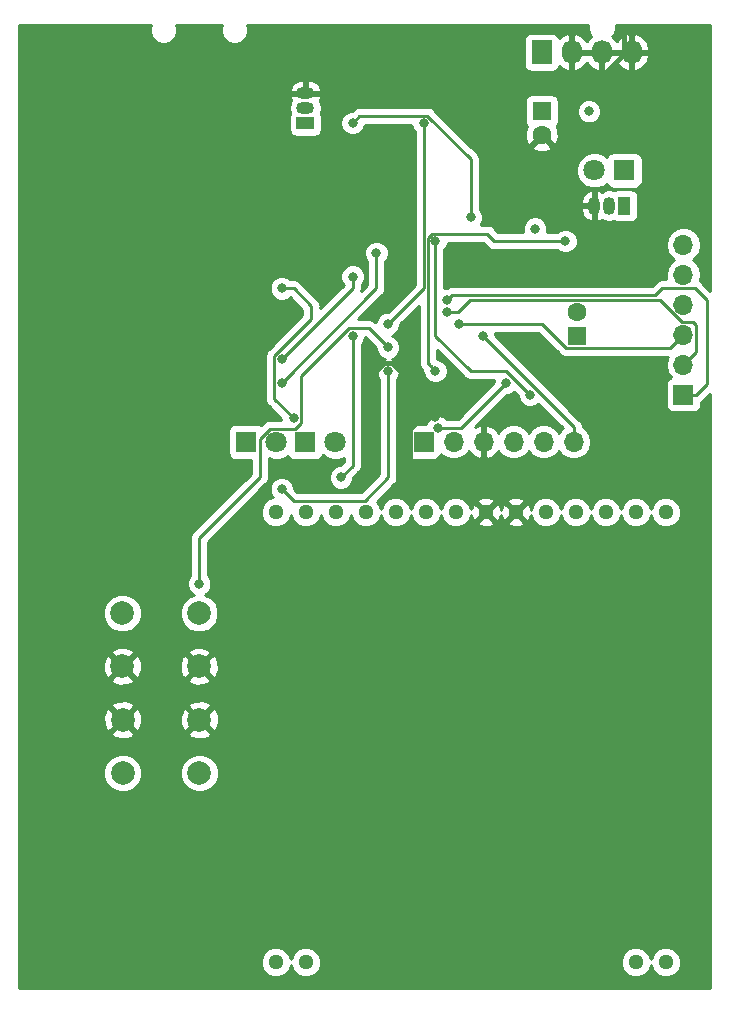
<source format=gbr>
G04 #@! TF.GenerationSoftware,KiCad,Pcbnew,(5.0.2)-1*
G04 #@! TF.CreationDate,2019-02-15T14:43:35+01:00*
G04 #@! TF.ProjectId,test,74657374-2e6b-4696-9361-645f70636258,rev?*
G04 #@! TF.SameCoordinates,Original*
G04 #@! TF.FileFunction,Copper,L2,Bot*
G04 #@! TF.FilePolarity,Positive*
%FSLAX46Y46*%
G04 Gerber Fmt 4.6, Leading zero omitted, Abs format (unit mm)*
G04 Created by KiCad (PCBNEW (5.0.2)-1) date 15/02/2019 14:43:35*
%MOMM*%
%LPD*%
G01*
G04 APERTURE LIST*
G04 #@! TA.AperFunction,ComponentPad*
%ADD10R,1.700000X1.700000*%
G04 #@! TD*
G04 #@! TA.AperFunction,ComponentPad*
%ADD11O,1.700000X1.700000*%
G04 #@! TD*
G04 #@! TA.AperFunction,ComponentPad*
%ADD12C,1.280000*%
G04 #@! TD*
G04 #@! TA.AperFunction,ComponentPad*
%ADD13C,2.000000*%
G04 #@! TD*
G04 #@! TA.AperFunction,ComponentPad*
%ADD14O,1.500000X1.050000*%
G04 #@! TD*
G04 #@! TA.AperFunction,ComponentPad*
%ADD15R,1.500000X1.050000*%
G04 #@! TD*
G04 #@! TA.AperFunction,ComponentPad*
%ADD16R,1.730000X2.030000*%
G04 #@! TD*
G04 #@! TA.AperFunction,ComponentPad*
%ADD17O,1.730000X2.030000*%
G04 #@! TD*
G04 #@! TA.AperFunction,ComponentPad*
%ADD18R,1.800000X1.800000*%
G04 #@! TD*
G04 #@! TA.AperFunction,ComponentPad*
%ADD19C,1.800000*%
G04 #@! TD*
G04 #@! TA.AperFunction,ComponentPad*
%ADD20O,1.050000X1.500000*%
G04 #@! TD*
G04 #@! TA.AperFunction,ComponentPad*
%ADD21R,1.050000X1.500000*%
G04 #@! TD*
G04 #@! TA.AperFunction,ComponentPad*
%ADD22R,1.600000X1.600000*%
G04 #@! TD*
G04 #@! TA.AperFunction,ComponentPad*
%ADD23C,1.600000*%
G04 #@! TD*
G04 #@! TA.AperFunction,ViaPad*
%ADD24C,0.800000*%
G04 #@! TD*
G04 #@! TA.AperFunction,Conductor*
%ADD25C,0.400000*%
G04 #@! TD*
G04 #@! TA.AperFunction,Conductor*
%ADD26C,0.250000*%
G04 #@! TD*
G04 #@! TA.AperFunction,Conductor*
%ADD27C,0.254000*%
G04 #@! TD*
G04 APERTURE END LIST*
D10*
G04 #@! TO.P,J5,1*
G04 #@! TO.N,/GPIO1*
X167000000Y-82000000D03*
D11*
G04 #@! TO.P,J5,2*
G04 #@! TO.N,/GPIO2*
X167000000Y-79460000D03*
G04 #@! TO.P,J5,3*
G04 #@! TO.N,/GPIO3*
X167000000Y-76920000D03*
G04 #@! TO.P,J5,4*
G04 #@! TO.N,/GPIO4*
X167000000Y-74380000D03*
G04 #@! TO.P,J5,5*
G04 #@! TO.N,/GPIO5*
X167000000Y-71840000D03*
G04 #@! TO.P,J5,6*
G04 #@! TO.N,/GPIO6*
X167000000Y-69300000D03*
G04 #@! TD*
D12*
G04 #@! TO.P,DS1,1*
G04 #@! TO.N,Net-(DS1-Pad1)*
X132490000Y-130050000D03*
G04 #@! TO.P,DS1,2*
G04 #@! TO.N,Net-(DS1-Pad2)*
X135030000Y-130050000D03*
G04 #@! TO.P,DS1,14*
G04 #@! TO.N,Net-(DS1-Pad14)*
X165510000Y-130050000D03*
G04 #@! TO.P,DS1,13*
G04 #@! TO.N,Net-(DS1-Pad13)*
X162970000Y-130050000D03*
G04 #@! TO.P,DS1,28*
G04 #@! TO.N,/SS*
X132490000Y-91950000D03*
G04 #@! TO.P,DS1,27*
G04 #@! TO.N,Net-(DS1-Pad27)*
X135030000Y-91950000D03*
G04 #@! TO.P,DS1,26*
G04 #@! TO.N,/A0*
X137570000Y-91950000D03*
G04 #@! TO.P,DS1,25*
G04 #@! TO.N,/CLK*
X140110000Y-91950000D03*
G04 #@! TO.P,DS1,24*
G04 #@! TO.N,/MOSI*
X142650000Y-91950000D03*
G04 #@! TO.P,DS1,23*
G04 #@! TO.N,+3V3*
X145190000Y-91950000D03*
G04 #@! TO.P,DS1,22*
X147730000Y-91950000D03*
G04 #@! TO.P,DS1,21*
G04 #@! TO.N,GND*
X150270000Y-91950000D03*
G04 #@! TO.P,DS1,20*
X152810000Y-91950000D03*
G04 #@! TO.P,DS1,19*
G04 #@! TO.N,Net-(C16-Pad1)*
X155350000Y-91950000D03*
G04 #@! TO.P,DS1,18*
G04 #@! TO.N,Net-(C17-Pad2)*
X157890000Y-91950000D03*
G04 #@! TO.P,DS1,17*
G04 #@! TO.N,Net-(C17-Pad1)*
X160430000Y-91950000D03*
G04 #@! TO.P,DS1,16*
G04 #@! TO.N,Net-(C16-Pad2)*
X162970000Y-91950000D03*
G04 #@! TO.P,DS1,15*
G04 #@! TO.N,Net-(C15-Pad2)*
X165510000Y-91950000D03*
G04 #@! TD*
D13*
G04 #@! TO.P,SW2,2*
G04 #@! TO.N,/NRST*
X119525001Y-114025001D03*
G04 #@! TO.P,SW2,1*
G04 #@! TO.N,GND*
X119525001Y-109525001D03*
G04 #@! TO.P,SW2,2*
G04 #@! TO.N,/NRST*
X126025001Y-114025001D03*
G04 #@! TO.P,SW2,1*
G04 #@! TO.N,GND*
X126025001Y-109525001D03*
G04 #@! TD*
D14*
G04 #@! TO.P,Q2,2*
G04 #@! TO.N,Net-(Q2-Pad2)*
X135000000Y-57730000D03*
G04 #@! TO.P,Q2,3*
G04 #@! TO.N,GND*
X135000000Y-56460000D03*
D15*
G04 #@! TO.P,Q2,1*
G04 #@! TO.N,+5V*
X135000000Y-59000000D03*
G04 #@! TD*
D13*
G04 #@! TO.P,SW1,2*
G04 #@! TO.N,Net-(C19-Pad2)*
X126000000Y-100500000D03*
G04 #@! TO.P,SW1,1*
G04 #@! TO.N,GND*
X126000000Y-105000000D03*
G04 #@! TO.P,SW1,2*
G04 #@! TO.N,Net-(C19-Pad2)*
X119500000Y-100500000D03*
G04 #@! TO.P,SW1,1*
G04 #@! TO.N,GND*
X119500000Y-105000000D03*
G04 #@! TD*
D16*
G04 #@! TO.P,pin_relay1,1*
G04 #@! TO.N,+5V*
X155000000Y-53000000D03*
D17*
G04 #@! TO.P,pin_relay1,2*
G04 #@! TO.N,GND*
X157540000Y-53000000D03*
G04 #@! TO.P,pin_relay1,3*
X160080000Y-53000000D03*
G04 #@! TO.P,pin_relay1,4*
X162620000Y-53000000D03*
G04 #@! TD*
D18*
G04 #@! TO.P,D1,1*
G04 #@! TO.N,Net-(D1-Pad1)*
X162000000Y-63000000D03*
D19*
G04 #@! TO.P,D1,2*
G04 #@! TO.N,+5V*
X159460000Y-63000000D03*
G04 #@! TD*
G04 #@! TO.P,D2,2*
G04 #@! TO.N,+3V3*
X137540000Y-86000000D03*
D18*
G04 #@! TO.P,D2,1*
G04 #@! TO.N,Net-(D2-Pad1)*
X135000000Y-86000000D03*
G04 #@! TD*
G04 #@! TO.P,D3,1*
G04 #@! TO.N,Net-(D3-Pad1)*
X130000000Y-86000000D03*
D19*
G04 #@! TO.P,D3,2*
G04 #@! TO.N,+3V3*
X132540000Y-86000000D03*
G04 #@! TD*
D20*
G04 #@! TO.P,Q1,2*
G04 #@! TO.N,Net-(Q1-Pad2)*
X160730000Y-66000000D03*
G04 #@! TO.P,Q1,3*
G04 #@! TO.N,GND*
X159460000Y-66000000D03*
D21*
G04 #@! TO.P,Q1,1*
G04 #@! TO.N,Net-(Q1-Pad1)*
X162000000Y-66000000D03*
G04 #@! TD*
D22*
G04 #@! TO.P,CP1,1*
G04 #@! TO.N,+5V*
X155000000Y-58000000D03*
D23*
G04 #@! TO.P,CP1,2*
G04 #@! TO.N,GND*
X155000000Y-60000000D03*
G04 #@! TD*
D10*
G04 #@! TO.P,J1,1*
G04 #@! TO.N,+3V3*
X145000000Y-86000000D03*
D11*
G04 #@! TO.P,J1,2*
G04 #@! TO.N,/SWCLK*
X147540000Y-86000000D03*
G04 #@! TO.P,J1,3*
G04 #@! TO.N,GND*
X150080000Y-86000000D03*
G04 #@! TO.P,J1,4*
G04 #@! TO.N,/SWDIO*
X152620000Y-86000000D03*
G04 #@! TO.P,J1,5*
G04 #@! TO.N,/NRST*
X155160000Y-86000000D03*
G04 #@! TO.P,J1,6*
G04 #@! TO.N,/SWO*
X157700000Y-86000000D03*
G04 #@! TD*
D23*
G04 #@! TO.P,CP2,2*
G04 #@! TO.N,GND*
X158000000Y-75000000D03*
D22*
G04 #@! TO.P,CP2,1*
G04 #@! TO.N,+3V3*
X158000000Y-77000000D03*
G04 #@! TD*
D24*
G04 #@! TO.N,*
X159000000Y-58000000D03*
G04 #@! TO.N,GND*
X145980697Y-83924472D03*
X150000000Y-89000000D03*
X141000000Y-88000000D03*
X162000000Y-51000000D03*
X138000000Y-55000000D03*
X150000000Y-72000000D03*
X112000000Y-89000000D03*
X168000000Y-62000000D03*
X152000000Y-67000000D03*
G04 #@! TO.N,+3V3*
X154440000Y-67940000D03*
G04 #@! TO.N,/SWCLK*
X146203554Y-84796446D03*
X152000000Y-81000000D03*
G04 #@! TO.N,/NRST*
X146000000Y-69000000D03*
X154000000Y-82000000D03*
G04 #@! TO.N,/SWO*
X150000000Y-77000000D03*
G04 #@! TO.N,Net-(R6-Pad1)*
X146000000Y-80000000D03*
X157000000Y-69000000D03*
G04 #@! TO.N,Net-(R10-Pad2)*
X133000000Y-81000000D03*
X141000000Y-70000000D03*
G04 #@! TO.N,Net-(R9-Pad2)*
X133000000Y-79000000D03*
X139000000Y-72000000D03*
G04 #@! TO.N,Net-(D2-Pad1)*
X133000000Y-73000000D03*
X134000000Y-84000000D03*
G04 #@! TO.N,/A0*
X139000000Y-77000000D03*
X138000000Y-89000000D03*
G04 #@! TO.N,/SS*
X133000000Y-90000000D03*
X142000000Y-80000000D03*
G04 #@! TO.N,Net-(C21-Pad1)*
X145000000Y-59000000D03*
X142000000Y-76000000D03*
G04 #@! TO.N,Net-(R18-Pad1)*
X149000000Y-67000000D03*
X139000000Y-59000000D03*
G04 #@! TO.N,Net-(C19-Pad2)*
X142000000Y-78000000D03*
X126000000Y-98000000D03*
G04 #@! TO.N,/GPIO1*
X147000000Y-74000000D03*
G04 #@! TO.N,/GPIO2*
X147000000Y-75000000D03*
G04 #@! TO.N,/GPIO3*
X148000000Y-76000000D03*
G04 #@! TD*
D25*
G04 #@! TO.N,GND*
X143849999Y-84909999D02*
X143849999Y-87849999D01*
X145980697Y-83924472D02*
X144835526Y-83924472D01*
X144835526Y-83924472D02*
X143849999Y-84909999D01*
X143849999Y-87849999D02*
X145000000Y-89000000D01*
X145000000Y-89000000D02*
X146171202Y-89000000D01*
X146171202Y-89000000D02*
X150000000Y-89000000D01*
X141000000Y-79963998D02*
X141000000Y-88000000D01*
X141663999Y-79299999D02*
X141000000Y-79963998D01*
X142336001Y-79299999D02*
X141663999Y-79299999D01*
X144835526Y-83924472D02*
X144835526Y-81799524D01*
X144835526Y-81799524D02*
X142336001Y-79299999D01*
X160140002Y-55000000D02*
X138000000Y-55000000D01*
X162000000Y-51000000D02*
X162000000Y-53140002D01*
X162000000Y-53140002D02*
X160140002Y-55000000D01*
D26*
G04 #@! TO.N,/SWCLK*
X146203554Y-84796446D02*
X148203554Y-84796446D01*
X148203554Y-84796446D02*
X152000000Y-81000000D01*
G04 #@! TO.N,/NRST*
X152000000Y-80000000D02*
X154000000Y-82000000D01*
X149000000Y-80000000D02*
X152000000Y-80000000D01*
X146000000Y-69000000D02*
X146000000Y-77000000D01*
X146000000Y-77000000D02*
X149000000Y-80000000D01*
G04 #@! TO.N,/SWO*
X157700000Y-84700000D02*
X157700000Y-86000000D01*
X150000000Y-77000000D02*
X157700000Y-84700000D01*
G04 #@! TO.N,Net-(R6-Pad1)*
X146000000Y-80000000D02*
X145424999Y-79424999D01*
X145600001Y-79600001D02*
X146000000Y-80000000D01*
X145374999Y-68699999D02*
X145374999Y-79374999D01*
X145699999Y-68374999D02*
X145374999Y-68699999D01*
X150374999Y-68374999D02*
X145699999Y-68374999D01*
X145374999Y-79374999D02*
X145600001Y-79600001D01*
X151000000Y-69000000D02*
X150374999Y-68374999D01*
X157000000Y-69000000D02*
X151000000Y-69000000D01*
G04 #@! TO.N,Net-(R10-Pad2)*
X133000000Y-81000000D02*
X141000000Y-73000000D01*
X141000000Y-73000000D02*
X141000000Y-70000000D01*
G04 #@! TO.N,Net-(R9-Pad2)*
X133000000Y-79000000D02*
X139000000Y-73000000D01*
X139000000Y-73000000D02*
X139000000Y-72000000D01*
G04 #@! TO.N,Net-(D2-Pad1)*
X134000000Y-73000000D02*
X133000000Y-73000000D01*
X135501001Y-74501001D02*
X134000000Y-73000000D01*
X135501001Y-75573997D02*
X135501001Y-74501001D01*
X132374999Y-78699999D02*
X135501001Y-75573997D01*
X134000000Y-84000000D02*
X132374999Y-82374999D01*
X132374999Y-82374999D02*
X132374999Y-78699999D01*
G04 #@! TO.N,/A0*
X139000000Y-77000000D02*
X139000000Y-88000000D01*
X139000000Y-88000000D02*
X138000000Y-89000000D01*
G04 #@! TO.N,/SS*
X133000000Y-90000000D02*
X134000000Y-91000000D01*
X134000000Y-91000000D02*
X140000000Y-91000000D01*
X140000000Y-91000000D02*
X142000000Y-89000000D01*
X142000000Y-89000000D02*
X142000000Y-80000000D01*
G04 #@! TO.N,Net-(C21-Pad1)*
X145000000Y-73000000D02*
X145000000Y-59000000D01*
X142000000Y-76000000D02*
X145000000Y-73000000D01*
G04 #@! TO.N,Net-(R18-Pad1)*
X139575001Y-58424999D02*
X139000000Y-59000000D01*
X139625001Y-58374999D02*
X139575001Y-58424999D01*
X145300001Y-58374999D02*
X139625001Y-58374999D01*
X149000000Y-62074998D02*
X145300001Y-58374999D01*
X149000000Y-67000000D02*
X149000000Y-62074998D01*
G04 #@! TO.N,Net-(C19-Pad2)*
X126000000Y-94131002D02*
X126000000Y-98000000D01*
X131999999Y-84874999D02*
X131131002Y-85743996D01*
X131131002Y-85743996D02*
X131131002Y-89000000D01*
X134125001Y-84874999D02*
X131999999Y-84874999D01*
X134625001Y-80449997D02*
X134625001Y-84374999D01*
X138699999Y-76374999D02*
X134625001Y-80449997D01*
X140374999Y-76374999D02*
X138699999Y-76374999D01*
X142000000Y-78000000D02*
X140374999Y-76374999D01*
X134625001Y-84374999D02*
X134125001Y-84874999D01*
X131131002Y-89000000D02*
X126000000Y-94131002D01*
G04 #@! TO.N,/GPIO1*
X147399999Y-73600001D02*
X164628999Y-73600001D01*
X147000000Y-74000000D02*
X147399999Y-73600001D01*
X165229000Y-73000000D02*
X168000000Y-73000000D01*
X164628999Y-73600001D02*
X165229000Y-73000000D01*
X168000000Y-73000000D02*
X169000000Y-74000000D01*
X168100000Y-82000000D02*
X167000000Y-82000000D01*
X169000000Y-81100000D02*
X168100000Y-82000000D01*
X169000000Y-74000000D02*
X169000000Y-81100000D01*
G04 #@! TO.N,/GPIO2*
X166873997Y-75844999D02*
X167844999Y-75844999D01*
X165003997Y-73974999D02*
X166873997Y-75844999D01*
X148950003Y-73974999D02*
X165003997Y-73974999D01*
X147000000Y-75000000D02*
X147925002Y-75000000D01*
X147925002Y-75000000D02*
X148950003Y-73974999D01*
X167849999Y-78610001D02*
X167000000Y-79460000D01*
X168075001Y-78384999D02*
X167849999Y-78610001D01*
X168075001Y-76075001D02*
X168075001Y-78384999D01*
X167844999Y-75844999D02*
X168075001Y-76075001D01*
G04 #@! TO.N,/GPIO3*
X154994998Y-76000000D02*
X157019999Y-78025001D01*
X148000000Y-76000000D02*
X154994998Y-76000000D01*
X165894999Y-78025001D02*
X167000000Y-76920000D01*
X157019999Y-78025001D02*
X165894999Y-78025001D01*
G04 #@! TD*
D27*
G04 #@! TO.N,GND*
G36*
X121865000Y-50924234D02*
X121865000Y-51375766D01*
X122037793Y-51792926D01*
X122357074Y-52112207D01*
X122774234Y-52285000D01*
X123225766Y-52285000D01*
X123642926Y-52112207D01*
X123962207Y-51792926D01*
X124135000Y-51375766D01*
X124135000Y-50924234D01*
X124056617Y-50735000D01*
X127943383Y-50735000D01*
X127865000Y-50924234D01*
X127865000Y-51375766D01*
X128037793Y-51792926D01*
X128357074Y-52112207D01*
X128774234Y-52285000D01*
X129225766Y-52285000D01*
X129642926Y-52112207D01*
X129770133Y-51985000D01*
X153487560Y-51985000D01*
X153487560Y-54015000D01*
X153536843Y-54262765D01*
X153677191Y-54472809D01*
X153887235Y-54613157D01*
X154135000Y-54662440D01*
X155865000Y-54662440D01*
X156112765Y-54613157D01*
X156322809Y-54472809D01*
X156463157Y-54262765D01*
X156480787Y-54174130D01*
X156639143Y-54350793D01*
X157167240Y-54604131D01*
X157180754Y-54606346D01*
X157413000Y-54485224D01*
X157413000Y-53127000D01*
X157667000Y-53127000D01*
X157667000Y-54485224D01*
X157899246Y-54606346D01*
X157912760Y-54604131D01*
X158440857Y-54350793D01*
X158810000Y-53938973D01*
X159179143Y-54350793D01*
X159707240Y-54604131D01*
X159720754Y-54606346D01*
X159953000Y-54485224D01*
X159953000Y-53127000D01*
X160207000Y-53127000D01*
X160207000Y-54485224D01*
X160439246Y-54606346D01*
X160452760Y-54604131D01*
X160980857Y-54350793D01*
X161350000Y-53938973D01*
X161719143Y-54350793D01*
X162247240Y-54604131D01*
X162260754Y-54606346D01*
X162493000Y-54485224D01*
X162493000Y-53127000D01*
X162747000Y-53127000D01*
X162747000Y-54485224D01*
X162979246Y-54606346D01*
X162992760Y-54604131D01*
X163520857Y-54350793D01*
X163911807Y-53914645D01*
X164106091Y-53362087D01*
X163962222Y-53127000D01*
X162747000Y-53127000D01*
X162493000Y-53127000D01*
X160207000Y-53127000D01*
X159953000Y-53127000D01*
X157667000Y-53127000D01*
X157413000Y-53127000D01*
X157393000Y-53127000D01*
X157393000Y-52873000D01*
X157413000Y-52873000D01*
X157413000Y-51514776D01*
X157180754Y-51393654D01*
X157167240Y-51395869D01*
X156639143Y-51649207D01*
X156480787Y-51825870D01*
X156463157Y-51737235D01*
X156322809Y-51527191D01*
X156112765Y-51386843D01*
X155865000Y-51337560D01*
X154135000Y-51337560D01*
X153887235Y-51386843D01*
X153677191Y-51527191D01*
X153536843Y-51737235D01*
X153487560Y-51985000D01*
X129770133Y-51985000D01*
X129962207Y-51792926D01*
X130135000Y-51375766D01*
X130135000Y-50924234D01*
X130056617Y-50735000D01*
X158895000Y-50735000D01*
X158895000Y-51075711D01*
X159075405Y-51511249D01*
X159202269Y-51638113D01*
X159179143Y-51649207D01*
X158810000Y-52061027D01*
X158440857Y-51649207D01*
X157912760Y-51395869D01*
X157899246Y-51393654D01*
X157667000Y-51514776D01*
X157667000Y-52873000D01*
X159953000Y-52873000D01*
X159953000Y-52853000D01*
X160207000Y-52853000D01*
X160207000Y-52873000D01*
X162493000Y-52873000D01*
X162493000Y-51514776D01*
X162747000Y-51514776D01*
X162747000Y-52873000D01*
X163962222Y-52873000D01*
X164106091Y-52637913D01*
X163911807Y-52085355D01*
X163520857Y-51649207D01*
X162992760Y-51395869D01*
X162979246Y-51393654D01*
X162747000Y-51514776D01*
X162493000Y-51514776D01*
X162260754Y-51393654D01*
X162247240Y-51395869D01*
X161719143Y-51649207D01*
X161350000Y-52061027D01*
X160980857Y-51649207D01*
X160957731Y-51638113D01*
X161084595Y-51511249D01*
X161265000Y-51075711D01*
X161265000Y-50735000D01*
X169265001Y-50735000D01*
X169265001Y-73190199D01*
X168590331Y-72515530D01*
X168547929Y-72452071D01*
X168410597Y-72360308D01*
X168514092Y-71840000D01*
X168398839Y-71260582D01*
X168070625Y-70769375D01*
X167772239Y-70570000D01*
X168070625Y-70370625D01*
X168398839Y-69879418D01*
X168514092Y-69300000D01*
X168398839Y-68720582D01*
X168070625Y-68229375D01*
X167579418Y-67901161D01*
X167146256Y-67815000D01*
X166853744Y-67815000D01*
X166420582Y-67901161D01*
X165929375Y-68229375D01*
X165601161Y-68720582D01*
X165485908Y-69300000D01*
X165601161Y-69879418D01*
X165929375Y-70370625D01*
X166227761Y-70570000D01*
X165929375Y-70769375D01*
X165601161Y-71260582D01*
X165485908Y-71840000D01*
X165565473Y-72240000D01*
X165303848Y-72240000D01*
X165229000Y-72225112D01*
X165154152Y-72240000D01*
X165154148Y-72240000D01*
X164932463Y-72284096D01*
X164681071Y-72452071D01*
X164638671Y-72515527D01*
X164314198Y-72840001D01*
X147474845Y-72840001D01*
X147399998Y-72825113D01*
X147325151Y-72840001D01*
X147325147Y-72840001D01*
X147103462Y-72884097D01*
X146982382Y-72965000D01*
X146794126Y-72965000D01*
X146760000Y-72979135D01*
X146760000Y-69703711D01*
X146877431Y-69586280D01*
X147035000Y-69205874D01*
X147035000Y-69134999D01*
X150060198Y-69134999D01*
X150409671Y-69484473D01*
X150452071Y-69547929D01*
X150703463Y-69715904D01*
X150925148Y-69760000D01*
X150925153Y-69760000D01*
X151000000Y-69774888D01*
X151074847Y-69760000D01*
X156296289Y-69760000D01*
X156413720Y-69877431D01*
X156794126Y-70035000D01*
X157205874Y-70035000D01*
X157586280Y-69877431D01*
X157877431Y-69586280D01*
X158035000Y-69205874D01*
X158035000Y-68794126D01*
X157877431Y-68413720D01*
X157586280Y-68122569D01*
X157205874Y-67965000D01*
X156794126Y-67965000D01*
X156413720Y-68122569D01*
X156296289Y-68240000D01*
X155436012Y-68240000D01*
X155475000Y-68145874D01*
X155475000Y-67734126D01*
X155317431Y-67353720D01*
X155026280Y-67062569D01*
X154645874Y-66905000D01*
X154234126Y-66905000D01*
X153853720Y-67062569D01*
X153562569Y-67353720D01*
X153405000Y-67734126D01*
X153405000Y-68145874D01*
X153443988Y-68240000D01*
X151314802Y-68240000D01*
X150965330Y-67890529D01*
X150922928Y-67827070D01*
X150671536Y-67659095D01*
X150449851Y-67614999D01*
X150449846Y-67614999D01*
X150374999Y-67600111D01*
X150300152Y-67614999D01*
X149848712Y-67614999D01*
X149877431Y-67586280D01*
X150035000Y-67205874D01*
X150035000Y-66794126D01*
X149877431Y-66413720D01*
X149774217Y-66310506D01*
X158293674Y-66310506D01*
X158415177Y-66750331D01*
X158695745Y-67110179D01*
X159092664Y-67335266D01*
X159154190Y-67343964D01*
X159333000Y-67218163D01*
X159333000Y-66127000D01*
X158453407Y-66127000D01*
X158293674Y-66310506D01*
X149774217Y-66310506D01*
X149760000Y-66296289D01*
X149760000Y-65689494D01*
X158293674Y-65689494D01*
X158453407Y-65873000D01*
X159333000Y-65873000D01*
X159333000Y-65660754D01*
X159570000Y-65660754D01*
X159570000Y-66339245D01*
X159587000Y-66424709D01*
X159587000Y-67218163D01*
X159765810Y-67343964D01*
X159827336Y-67335266D01*
X160085004Y-67189146D01*
X160277391Y-67317695D01*
X160730000Y-67407725D01*
X161181866Y-67317842D01*
X161227235Y-67348157D01*
X161475000Y-67397440D01*
X162525000Y-67397440D01*
X162772765Y-67348157D01*
X162982809Y-67207809D01*
X163123157Y-66997765D01*
X163172440Y-66750000D01*
X163172440Y-65250000D01*
X163123157Y-65002235D01*
X162982809Y-64792191D01*
X162772765Y-64651843D01*
X162525000Y-64602560D01*
X161475000Y-64602560D01*
X161227235Y-64651843D01*
X161181867Y-64682157D01*
X160730000Y-64592275D01*
X160277392Y-64682305D01*
X160085004Y-64810854D01*
X159827336Y-64664734D01*
X159765810Y-64656036D01*
X159587000Y-64781837D01*
X159587000Y-65575290D01*
X159570000Y-65660754D01*
X159333000Y-65660754D01*
X159333000Y-64781837D01*
X159154190Y-64656036D01*
X159092664Y-64664734D01*
X158695745Y-64889821D01*
X158415177Y-65249669D01*
X158293674Y-65689494D01*
X149760000Y-65689494D01*
X149760000Y-62694670D01*
X157925000Y-62694670D01*
X157925000Y-63305330D01*
X158158690Y-63869507D01*
X158590493Y-64301310D01*
X159154670Y-64535000D01*
X159765330Y-64535000D01*
X160329507Y-64301310D01*
X160498725Y-64132092D01*
X160501843Y-64147765D01*
X160642191Y-64357809D01*
X160852235Y-64498157D01*
X161100000Y-64547440D01*
X162900000Y-64547440D01*
X163147765Y-64498157D01*
X163357809Y-64357809D01*
X163498157Y-64147765D01*
X163547440Y-63900000D01*
X163547440Y-62100000D01*
X163498157Y-61852235D01*
X163357809Y-61642191D01*
X163147765Y-61501843D01*
X162900000Y-61452560D01*
X161100000Y-61452560D01*
X160852235Y-61501843D01*
X160642191Y-61642191D01*
X160501843Y-61852235D01*
X160498725Y-61867908D01*
X160329507Y-61698690D01*
X159765330Y-61465000D01*
X159154670Y-61465000D01*
X158590493Y-61698690D01*
X158158690Y-62130493D01*
X157925000Y-62694670D01*
X149760000Y-62694670D01*
X149760000Y-62149846D01*
X149774888Y-62074998D01*
X149760000Y-62000150D01*
X149760000Y-62000146D01*
X149715904Y-61778461D01*
X149715904Y-61778460D01*
X149590329Y-61590525D01*
X149547929Y-61527069D01*
X149484473Y-61484669D01*
X149007549Y-61007745D01*
X154171861Y-61007745D01*
X154245995Y-61253864D01*
X154783223Y-61446965D01*
X155353454Y-61419778D01*
X155754005Y-61253864D01*
X155828139Y-61007745D01*
X155000000Y-60179605D01*
X154171861Y-61007745D01*
X149007549Y-61007745D01*
X145890332Y-57890529D01*
X145847930Y-57827070D01*
X145596538Y-57659095D01*
X145374853Y-57614999D01*
X145374848Y-57614999D01*
X145300001Y-57600111D01*
X145225154Y-57614999D01*
X139699849Y-57614999D01*
X139625001Y-57600111D01*
X139550153Y-57614999D01*
X139550149Y-57614999D01*
X139328464Y-57659095D01*
X139077072Y-57827070D01*
X139034672Y-57890526D01*
X138960198Y-57965000D01*
X138794126Y-57965000D01*
X138413720Y-58122569D01*
X138122569Y-58413720D01*
X137965000Y-58794126D01*
X137965000Y-59205874D01*
X138122569Y-59586280D01*
X138413720Y-59877431D01*
X138794126Y-60035000D01*
X139205874Y-60035000D01*
X139586280Y-59877431D01*
X139877431Y-59586280D01*
X140035000Y-59205874D01*
X140035000Y-59134999D01*
X143965000Y-59134999D01*
X143965000Y-59205874D01*
X144122569Y-59586280D01*
X144240001Y-59703712D01*
X144240000Y-72685198D01*
X141960199Y-74965000D01*
X141794126Y-74965000D01*
X141413720Y-75122569D01*
X141122569Y-75413720D01*
X140965000Y-75794126D01*
X140965000Y-75890035D01*
X140922928Y-75827070D01*
X140671536Y-75659095D01*
X140449851Y-75614999D01*
X140449846Y-75614999D01*
X140374999Y-75600111D01*
X140300152Y-75614999D01*
X139459803Y-75614999D01*
X141484476Y-73590327D01*
X141547929Y-73547929D01*
X141590327Y-73484476D01*
X141590329Y-73484474D01*
X141674102Y-73359098D01*
X141715904Y-73296537D01*
X141760000Y-73074852D01*
X141760000Y-73074848D01*
X141774888Y-73000001D01*
X141760000Y-72925154D01*
X141760000Y-70703711D01*
X141877431Y-70586280D01*
X142035000Y-70205874D01*
X142035000Y-69794126D01*
X141877431Y-69413720D01*
X141586280Y-69122569D01*
X141205874Y-68965000D01*
X140794126Y-68965000D01*
X140413720Y-69122569D01*
X140122569Y-69413720D01*
X139965000Y-69794126D01*
X139965000Y-70205874D01*
X140122569Y-70586280D01*
X140240001Y-70703712D01*
X140240000Y-72685197D01*
X139737567Y-73187630D01*
X139760000Y-73074852D01*
X139760000Y-73074848D01*
X139774888Y-73000001D01*
X139760000Y-72925154D01*
X139760000Y-72703711D01*
X139877431Y-72586280D01*
X140035000Y-72205874D01*
X140035000Y-71794126D01*
X139877431Y-71413720D01*
X139586280Y-71122569D01*
X139205874Y-70965000D01*
X138794126Y-70965000D01*
X138413720Y-71122569D01*
X138122569Y-71413720D01*
X137965000Y-71794126D01*
X137965000Y-72205874D01*
X138122569Y-72586280D01*
X138230743Y-72694454D01*
X136261001Y-74664197D01*
X136261001Y-74575848D01*
X136275889Y-74501001D01*
X136261001Y-74426154D01*
X136261001Y-74426149D01*
X136216905Y-74204464D01*
X136048930Y-73953072D01*
X135985474Y-73910672D01*
X134590331Y-72515530D01*
X134547929Y-72452071D01*
X134296537Y-72284096D01*
X134074852Y-72240000D01*
X134074847Y-72240000D01*
X134000000Y-72225112D01*
X133925153Y-72240000D01*
X133703711Y-72240000D01*
X133586280Y-72122569D01*
X133205874Y-71965000D01*
X132794126Y-71965000D01*
X132413720Y-72122569D01*
X132122569Y-72413720D01*
X131965000Y-72794126D01*
X131965000Y-73205874D01*
X132122569Y-73586280D01*
X132413720Y-73877431D01*
X132794126Y-74035000D01*
X133205874Y-74035000D01*
X133586280Y-73877431D01*
X133694455Y-73769256D01*
X134741002Y-74815804D01*
X134741001Y-75259194D01*
X131890527Y-78109670D01*
X131827071Y-78152070D01*
X131784671Y-78215526D01*
X131784670Y-78215527D01*
X131659096Y-78403462D01*
X131600111Y-78699999D01*
X131615000Y-78774851D01*
X131614999Y-82300152D01*
X131600111Y-82374999D01*
X131614999Y-82449846D01*
X131614999Y-82449850D01*
X131659095Y-82671535D01*
X131827070Y-82922928D01*
X131890529Y-82965330D01*
X132965000Y-84039802D01*
X132965000Y-84114999D01*
X132074845Y-84114999D01*
X131999998Y-84100111D01*
X131925151Y-84114999D01*
X131925147Y-84114999D01*
X131703462Y-84159095D01*
X131703460Y-84159096D01*
X131703461Y-84159096D01*
X131515525Y-84284670D01*
X131515523Y-84284672D01*
X131452070Y-84327070D01*
X131409672Y-84390524D01*
X131238035Y-84562160D01*
X131147765Y-84501843D01*
X130900000Y-84452560D01*
X129100000Y-84452560D01*
X128852235Y-84501843D01*
X128642191Y-84642191D01*
X128501843Y-84852235D01*
X128452560Y-85100000D01*
X128452560Y-86900000D01*
X128501843Y-87147765D01*
X128642191Y-87357809D01*
X128852235Y-87498157D01*
X129100000Y-87547440D01*
X130371003Y-87547440D01*
X130371003Y-88685197D01*
X125515530Y-93540671D01*
X125452071Y-93583073D01*
X125284096Y-93834466D01*
X125240000Y-94056151D01*
X125240000Y-94056155D01*
X125225112Y-94131002D01*
X125240000Y-94205849D01*
X125240001Y-97296288D01*
X125122569Y-97413720D01*
X124965000Y-97794126D01*
X124965000Y-98205874D01*
X125122569Y-98586280D01*
X125413720Y-98877431D01*
X125529244Y-98925282D01*
X125073847Y-99113914D01*
X124613914Y-99573847D01*
X124365000Y-100174778D01*
X124365000Y-100825222D01*
X124613914Y-101426153D01*
X125073847Y-101886086D01*
X125674778Y-102135000D01*
X126325222Y-102135000D01*
X126926153Y-101886086D01*
X127386086Y-101426153D01*
X127635000Y-100825222D01*
X127635000Y-100174778D01*
X127386086Y-99573847D01*
X126926153Y-99113914D01*
X126470756Y-98925282D01*
X126586280Y-98877431D01*
X126877431Y-98586280D01*
X127035000Y-98205874D01*
X127035000Y-97794126D01*
X126877431Y-97413720D01*
X126760000Y-97296289D01*
X126760000Y-94445803D01*
X131615475Y-89590329D01*
X131678931Y-89547929D01*
X131846906Y-89296537D01*
X131891002Y-89074852D01*
X131891002Y-89074848D01*
X131905890Y-89000000D01*
X131891002Y-88925152D01*
X131891002Y-87392648D01*
X132234670Y-87535000D01*
X132845330Y-87535000D01*
X133409507Y-87301310D01*
X133526360Y-87184457D01*
X133642191Y-87357809D01*
X133852235Y-87498157D01*
X134100000Y-87547440D01*
X135900000Y-87547440D01*
X136147765Y-87498157D01*
X136357809Y-87357809D01*
X136498157Y-87147765D01*
X136501275Y-87132092D01*
X136670493Y-87301310D01*
X137234670Y-87535000D01*
X137845330Y-87535000D01*
X138240001Y-87371522D01*
X138240001Y-87685197D01*
X137960199Y-87965000D01*
X137794126Y-87965000D01*
X137413720Y-88122569D01*
X137122569Y-88413720D01*
X136965000Y-88794126D01*
X136965000Y-89205874D01*
X137122569Y-89586280D01*
X137413720Y-89877431D01*
X137794126Y-90035000D01*
X138205874Y-90035000D01*
X138586280Y-89877431D01*
X138877431Y-89586280D01*
X139035000Y-89205874D01*
X139035000Y-89039801D01*
X139484473Y-88590329D01*
X139547929Y-88547929D01*
X139715904Y-88296537D01*
X139760000Y-88074852D01*
X139760000Y-88074848D01*
X139774888Y-88000000D01*
X139760000Y-87925152D01*
X139760000Y-77703711D01*
X139877431Y-77586280D01*
X140035000Y-77205874D01*
X140035000Y-77134999D01*
X140060198Y-77134999D01*
X140965000Y-78039802D01*
X140965000Y-78205874D01*
X141122569Y-78586280D01*
X141413720Y-78877431D01*
X141709628Y-79000000D01*
X141413720Y-79122569D01*
X141122569Y-79413720D01*
X140965000Y-79794126D01*
X140965000Y-80205874D01*
X141122569Y-80586280D01*
X141240001Y-80703712D01*
X141240000Y-88685198D01*
X139685199Y-90240000D01*
X134314802Y-90240000D01*
X134035000Y-89960199D01*
X134035000Y-89794126D01*
X133877431Y-89413720D01*
X133586280Y-89122569D01*
X133205874Y-88965000D01*
X132794126Y-88965000D01*
X132413720Y-89122569D01*
X132122569Y-89413720D01*
X131965000Y-89794126D01*
X131965000Y-90205874D01*
X132122569Y-90586280D01*
X132218640Y-90682351D01*
X131767770Y-90869107D01*
X131409107Y-91227770D01*
X131215000Y-91696387D01*
X131215000Y-92203613D01*
X131409107Y-92672230D01*
X131767770Y-93030893D01*
X132236387Y-93225000D01*
X132743613Y-93225000D01*
X133212230Y-93030893D01*
X133570893Y-92672230D01*
X133760000Y-92215684D01*
X133949107Y-92672230D01*
X134307770Y-93030893D01*
X134776387Y-93225000D01*
X135283613Y-93225000D01*
X135752230Y-93030893D01*
X136110893Y-92672230D01*
X136300000Y-92215684D01*
X136489107Y-92672230D01*
X136847770Y-93030893D01*
X137316387Y-93225000D01*
X137823613Y-93225000D01*
X138292230Y-93030893D01*
X138650893Y-92672230D01*
X138840000Y-92215684D01*
X139029107Y-92672230D01*
X139387770Y-93030893D01*
X139856387Y-93225000D01*
X140363613Y-93225000D01*
X140832230Y-93030893D01*
X141190893Y-92672230D01*
X141380000Y-92215684D01*
X141569107Y-92672230D01*
X141927770Y-93030893D01*
X142396387Y-93225000D01*
X142903613Y-93225000D01*
X143372230Y-93030893D01*
X143730893Y-92672230D01*
X143920000Y-92215684D01*
X144109107Y-92672230D01*
X144467770Y-93030893D01*
X144936387Y-93225000D01*
X145443613Y-93225000D01*
X145912230Y-93030893D01*
X146270893Y-92672230D01*
X146460000Y-92215684D01*
X146649107Y-92672230D01*
X147007770Y-93030893D01*
X147476387Y-93225000D01*
X147983613Y-93225000D01*
X148452230Y-93030893D01*
X148641362Y-92841761D01*
X149557844Y-92841761D01*
X149612292Y-93071323D01*
X150091468Y-93237661D01*
X150597825Y-93207965D01*
X150927708Y-93071323D01*
X150982156Y-92841761D01*
X152097844Y-92841761D01*
X152152292Y-93071323D01*
X152631468Y-93237661D01*
X153137825Y-93207965D01*
X153467708Y-93071323D01*
X153522156Y-92841761D01*
X152810000Y-92129605D01*
X152097844Y-92841761D01*
X150982156Y-92841761D01*
X150270000Y-92129605D01*
X149557844Y-92841761D01*
X148641362Y-92841761D01*
X148810893Y-92672230D01*
X149005000Y-92203613D01*
X149005000Y-92157869D01*
X149012035Y-92277825D01*
X149148677Y-92607708D01*
X149378239Y-92662156D01*
X150090395Y-91950000D01*
X150449605Y-91950000D01*
X151161761Y-92662156D01*
X151391323Y-92607708D01*
X151545358Y-92163974D01*
X151552035Y-92277825D01*
X151688677Y-92607708D01*
X151918239Y-92662156D01*
X152630395Y-91950000D01*
X152989605Y-91950000D01*
X153701761Y-92662156D01*
X153931323Y-92607708D01*
X154075000Y-92193812D01*
X154075000Y-92203613D01*
X154269107Y-92672230D01*
X154627770Y-93030893D01*
X155096387Y-93225000D01*
X155603613Y-93225000D01*
X156072230Y-93030893D01*
X156430893Y-92672230D01*
X156620000Y-92215684D01*
X156809107Y-92672230D01*
X157167770Y-93030893D01*
X157636387Y-93225000D01*
X158143613Y-93225000D01*
X158612230Y-93030893D01*
X158970893Y-92672230D01*
X159160000Y-92215684D01*
X159349107Y-92672230D01*
X159707770Y-93030893D01*
X160176387Y-93225000D01*
X160683613Y-93225000D01*
X161152230Y-93030893D01*
X161510893Y-92672230D01*
X161700000Y-92215684D01*
X161889107Y-92672230D01*
X162247770Y-93030893D01*
X162716387Y-93225000D01*
X163223613Y-93225000D01*
X163692230Y-93030893D01*
X164050893Y-92672230D01*
X164240000Y-92215684D01*
X164429107Y-92672230D01*
X164787770Y-93030893D01*
X165256387Y-93225000D01*
X165763613Y-93225000D01*
X166232230Y-93030893D01*
X166590893Y-92672230D01*
X166785000Y-92203613D01*
X166785000Y-91696387D01*
X166590893Y-91227770D01*
X166232230Y-90869107D01*
X165763613Y-90675000D01*
X165256387Y-90675000D01*
X164787770Y-90869107D01*
X164429107Y-91227770D01*
X164240000Y-91684316D01*
X164050893Y-91227770D01*
X163692230Y-90869107D01*
X163223613Y-90675000D01*
X162716387Y-90675000D01*
X162247770Y-90869107D01*
X161889107Y-91227770D01*
X161700000Y-91684316D01*
X161510893Y-91227770D01*
X161152230Y-90869107D01*
X160683613Y-90675000D01*
X160176387Y-90675000D01*
X159707770Y-90869107D01*
X159349107Y-91227770D01*
X159160000Y-91684316D01*
X158970893Y-91227770D01*
X158612230Y-90869107D01*
X158143613Y-90675000D01*
X157636387Y-90675000D01*
X157167770Y-90869107D01*
X156809107Y-91227770D01*
X156620000Y-91684316D01*
X156430893Y-91227770D01*
X156072230Y-90869107D01*
X155603613Y-90675000D01*
X155096387Y-90675000D01*
X154627770Y-90869107D01*
X154269107Y-91227770D01*
X154075000Y-91696387D01*
X154075000Y-91742131D01*
X154067965Y-91622175D01*
X153931323Y-91292292D01*
X153701761Y-91237844D01*
X152989605Y-91950000D01*
X152630395Y-91950000D01*
X151918239Y-91237844D01*
X151688677Y-91292292D01*
X151534642Y-91736026D01*
X151527965Y-91622175D01*
X151391323Y-91292292D01*
X151161761Y-91237844D01*
X150449605Y-91950000D01*
X150090395Y-91950000D01*
X149378239Y-91237844D01*
X149148677Y-91292292D01*
X149005000Y-91706188D01*
X149005000Y-91696387D01*
X148810893Y-91227770D01*
X148641362Y-91058239D01*
X149557844Y-91058239D01*
X150270000Y-91770395D01*
X150982156Y-91058239D01*
X152097844Y-91058239D01*
X152810000Y-91770395D01*
X153522156Y-91058239D01*
X153467708Y-90828677D01*
X152988532Y-90662339D01*
X152482175Y-90692035D01*
X152152292Y-90828677D01*
X152097844Y-91058239D01*
X150982156Y-91058239D01*
X150927708Y-90828677D01*
X150448532Y-90662339D01*
X149942175Y-90692035D01*
X149612292Y-90828677D01*
X149557844Y-91058239D01*
X148641362Y-91058239D01*
X148452230Y-90869107D01*
X147983613Y-90675000D01*
X147476387Y-90675000D01*
X147007770Y-90869107D01*
X146649107Y-91227770D01*
X146460000Y-91684316D01*
X146270893Y-91227770D01*
X145912230Y-90869107D01*
X145443613Y-90675000D01*
X144936387Y-90675000D01*
X144467770Y-90869107D01*
X144109107Y-91227770D01*
X143920000Y-91684316D01*
X143730893Y-91227770D01*
X143372230Y-90869107D01*
X142903613Y-90675000D01*
X142396387Y-90675000D01*
X141927770Y-90869107D01*
X141569107Y-91227770D01*
X141380000Y-91684316D01*
X141190893Y-91227770D01*
X141018962Y-91055839D01*
X142484473Y-89590329D01*
X142547929Y-89547929D01*
X142715904Y-89296537D01*
X142760000Y-89074852D01*
X142760000Y-89074848D01*
X142774888Y-89000001D01*
X142760000Y-88925154D01*
X142760000Y-80703711D01*
X142877431Y-80586280D01*
X143035000Y-80205874D01*
X143035000Y-79794126D01*
X142877431Y-79413720D01*
X142586280Y-79122569D01*
X142290372Y-79000000D01*
X142586280Y-78877431D01*
X142877431Y-78586280D01*
X143035000Y-78205874D01*
X143035000Y-77794126D01*
X142877431Y-77413720D01*
X142586280Y-77122569D01*
X142290372Y-77000000D01*
X142586280Y-76877431D01*
X142877431Y-76586280D01*
X143035000Y-76205874D01*
X143035000Y-76039801D01*
X144615000Y-74459802D01*
X144615000Y-79300147D01*
X144600111Y-79374999D01*
X144615000Y-79449851D01*
X144659096Y-79671536D01*
X144827071Y-79922928D01*
X144890527Y-79965328D01*
X144965000Y-80039801D01*
X144965000Y-80205874D01*
X145122569Y-80586280D01*
X145413720Y-80877431D01*
X145794126Y-81035000D01*
X146205874Y-81035000D01*
X146586280Y-80877431D01*
X146877431Y-80586280D01*
X147035000Y-80205874D01*
X147035000Y-79794126D01*
X146877431Y-79413720D01*
X146586280Y-79122569D01*
X146205874Y-78965000D01*
X146134999Y-78965000D01*
X146134999Y-78209800D01*
X148409670Y-80484472D01*
X148452071Y-80547929D01*
X148515527Y-80590329D01*
X148703462Y-80715904D01*
X148751605Y-80725480D01*
X148925148Y-80760000D01*
X148925152Y-80760000D01*
X149000000Y-80774888D01*
X149074848Y-80760000D01*
X150979135Y-80760000D01*
X150965000Y-80794126D01*
X150965000Y-80960197D01*
X147888753Y-84036446D01*
X146907265Y-84036446D01*
X146789834Y-83919015D01*
X146409428Y-83761446D01*
X145997680Y-83761446D01*
X145617274Y-83919015D01*
X145326123Y-84210166D01*
X145205010Y-84502560D01*
X144150000Y-84502560D01*
X143902235Y-84551843D01*
X143692191Y-84692191D01*
X143551843Y-84902235D01*
X143502560Y-85150000D01*
X143502560Y-86850000D01*
X143551843Y-87097765D01*
X143692191Y-87307809D01*
X143902235Y-87448157D01*
X144150000Y-87497440D01*
X145850000Y-87497440D01*
X146097765Y-87448157D01*
X146307809Y-87307809D01*
X146448157Y-87097765D01*
X146457184Y-87052381D01*
X146469375Y-87070625D01*
X146960582Y-87398839D01*
X147393744Y-87485000D01*
X147686256Y-87485000D01*
X148119418Y-87398839D01*
X148610625Y-87070625D01*
X148823843Y-86751522D01*
X148884817Y-86881358D01*
X149313076Y-87271645D01*
X149723110Y-87441476D01*
X149953000Y-87320155D01*
X149953000Y-86127000D01*
X149933000Y-86127000D01*
X149933000Y-85873000D01*
X149953000Y-85873000D01*
X149953000Y-84679845D01*
X149723110Y-84558524D01*
X149370040Y-84704761D01*
X152039803Y-82035000D01*
X152205874Y-82035000D01*
X152586280Y-81877431D01*
X152694455Y-81769256D01*
X152965000Y-82039802D01*
X152965000Y-82205874D01*
X153122569Y-82586280D01*
X153413720Y-82877431D01*
X153794126Y-83035000D01*
X154205874Y-83035000D01*
X154586280Y-82877431D01*
X154694454Y-82769257D01*
X156764371Y-84839174D01*
X156629375Y-84929375D01*
X156430000Y-85227761D01*
X156230625Y-84929375D01*
X155739418Y-84601161D01*
X155306256Y-84515000D01*
X155013744Y-84515000D01*
X154580582Y-84601161D01*
X154089375Y-84929375D01*
X153890000Y-85227761D01*
X153690625Y-84929375D01*
X153199418Y-84601161D01*
X152766256Y-84515000D01*
X152473744Y-84515000D01*
X152040582Y-84601161D01*
X151549375Y-84929375D01*
X151336157Y-85248478D01*
X151275183Y-85118642D01*
X150846924Y-84728355D01*
X150436890Y-84558524D01*
X150207000Y-84679845D01*
X150207000Y-85873000D01*
X150227000Y-85873000D01*
X150227000Y-86127000D01*
X150207000Y-86127000D01*
X150207000Y-87320155D01*
X150436890Y-87441476D01*
X150846924Y-87271645D01*
X151275183Y-86881358D01*
X151336157Y-86751522D01*
X151549375Y-87070625D01*
X152040582Y-87398839D01*
X152473744Y-87485000D01*
X152766256Y-87485000D01*
X153199418Y-87398839D01*
X153690625Y-87070625D01*
X153890000Y-86772239D01*
X154089375Y-87070625D01*
X154580582Y-87398839D01*
X155013744Y-87485000D01*
X155306256Y-87485000D01*
X155739418Y-87398839D01*
X156230625Y-87070625D01*
X156430000Y-86772239D01*
X156629375Y-87070625D01*
X157120582Y-87398839D01*
X157553744Y-87485000D01*
X157846256Y-87485000D01*
X158279418Y-87398839D01*
X158770625Y-87070625D01*
X159098839Y-86579418D01*
X159214092Y-86000000D01*
X159098839Y-85420582D01*
X158770625Y-84929375D01*
X158469310Y-84728043D01*
X158474888Y-84699999D01*
X158460000Y-84625152D01*
X158460000Y-84625148D01*
X158415904Y-84403463D01*
X158336529Y-84284670D01*
X158290329Y-84215526D01*
X158290327Y-84215524D01*
X158247929Y-84152071D01*
X158184476Y-84109673D01*
X151035000Y-76960199D01*
X151035000Y-76794126D01*
X151020865Y-76760000D01*
X154680197Y-76760000D01*
X156429670Y-78509474D01*
X156472070Y-78572930D01*
X156723462Y-78740905D01*
X156945147Y-78785001D01*
X156945152Y-78785001D01*
X157019999Y-78799889D01*
X157094846Y-78785001D01*
X165665026Y-78785001D01*
X165601161Y-78880582D01*
X165485908Y-79460000D01*
X165601161Y-80039418D01*
X165929375Y-80530625D01*
X165947619Y-80542816D01*
X165902235Y-80551843D01*
X165692191Y-80692191D01*
X165551843Y-80902235D01*
X165502560Y-81150000D01*
X165502560Y-82850000D01*
X165551843Y-83097765D01*
X165692191Y-83307809D01*
X165902235Y-83448157D01*
X166150000Y-83497440D01*
X167850000Y-83497440D01*
X168097765Y-83448157D01*
X168307809Y-83307809D01*
X168448157Y-83097765D01*
X168497440Y-82850000D01*
X168497440Y-82648483D01*
X168647929Y-82547929D01*
X168690331Y-82484470D01*
X169265001Y-81909801D01*
X169265000Y-132265000D01*
X110735000Y-132265000D01*
X110735000Y-129796387D01*
X131215000Y-129796387D01*
X131215000Y-130303613D01*
X131409107Y-130772230D01*
X131767770Y-131130893D01*
X132236387Y-131325000D01*
X132743613Y-131325000D01*
X133212230Y-131130893D01*
X133570893Y-130772230D01*
X133760000Y-130315684D01*
X133949107Y-130772230D01*
X134307770Y-131130893D01*
X134776387Y-131325000D01*
X135283613Y-131325000D01*
X135752230Y-131130893D01*
X136110893Y-130772230D01*
X136305000Y-130303613D01*
X136305000Y-129796387D01*
X161695000Y-129796387D01*
X161695000Y-130303613D01*
X161889107Y-130772230D01*
X162247770Y-131130893D01*
X162716387Y-131325000D01*
X163223613Y-131325000D01*
X163692230Y-131130893D01*
X164050893Y-130772230D01*
X164240000Y-130315684D01*
X164429107Y-130772230D01*
X164787770Y-131130893D01*
X165256387Y-131325000D01*
X165763613Y-131325000D01*
X166232230Y-131130893D01*
X166590893Y-130772230D01*
X166785000Y-130303613D01*
X166785000Y-129796387D01*
X166590893Y-129327770D01*
X166232230Y-128969107D01*
X165763613Y-128775000D01*
X165256387Y-128775000D01*
X164787770Y-128969107D01*
X164429107Y-129327770D01*
X164240000Y-129784316D01*
X164050893Y-129327770D01*
X163692230Y-128969107D01*
X163223613Y-128775000D01*
X162716387Y-128775000D01*
X162247770Y-128969107D01*
X161889107Y-129327770D01*
X161695000Y-129796387D01*
X136305000Y-129796387D01*
X136110893Y-129327770D01*
X135752230Y-128969107D01*
X135283613Y-128775000D01*
X134776387Y-128775000D01*
X134307770Y-128969107D01*
X133949107Y-129327770D01*
X133760000Y-129784316D01*
X133570893Y-129327770D01*
X133212230Y-128969107D01*
X132743613Y-128775000D01*
X132236387Y-128775000D01*
X131767770Y-128969107D01*
X131409107Y-129327770D01*
X131215000Y-129796387D01*
X110735000Y-129796387D01*
X110735000Y-113699779D01*
X117890001Y-113699779D01*
X117890001Y-114350223D01*
X118138915Y-114951154D01*
X118598848Y-115411087D01*
X119199779Y-115660001D01*
X119850223Y-115660001D01*
X120451154Y-115411087D01*
X120911087Y-114951154D01*
X121160001Y-114350223D01*
X121160001Y-113699779D01*
X124390001Y-113699779D01*
X124390001Y-114350223D01*
X124638915Y-114951154D01*
X125098848Y-115411087D01*
X125699779Y-115660001D01*
X126350223Y-115660001D01*
X126951154Y-115411087D01*
X127411087Y-114951154D01*
X127660001Y-114350223D01*
X127660001Y-113699779D01*
X127411087Y-113098848D01*
X126951154Y-112638915D01*
X126350223Y-112390001D01*
X125699779Y-112390001D01*
X125098848Y-112638915D01*
X124638915Y-113098848D01*
X124390001Y-113699779D01*
X121160001Y-113699779D01*
X120911087Y-113098848D01*
X120451154Y-112638915D01*
X119850223Y-112390001D01*
X119199779Y-112390001D01*
X118598848Y-112638915D01*
X118138915Y-113098848D01*
X117890001Y-113699779D01*
X110735000Y-113699779D01*
X110735000Y-110677533D01*
X118552074Y-110677533D01*
X118650737Y-110944388D01*
X119260462Y-111170909D01*
X119910461Y-111146857D01*
X120399265Y-110944388D01*
X120497928Y-110677533D01*
X125052074Y-110677533D01*
X125150737Y-110944388D01*
X125760462Y-111170909D01*
X126410461Y-111146857D01*
X126899265Y-110944388D01*
X126997928Y-110677533D01*
X126025001Y-109704606D01*
X125052074Y-110677533D01*
X120497928Y-110677533D01*
X119525001Y-109704606D01*
X118552074Y-110677533D01*
X110735000Y-110677533D01*
X110735000Y-109260462D01*
X117879093Y-109260462D01*
X117903145Y-109910461D01*
X118105614Y-110399265D01*
X118372469Y-110497928D01*
X119345396Y-109525001D01*
X119704606Y-109525001D01*
X120677533Y-110497928D01*
X120944388Y-110399265D01*
X121170909Y-109789540D01*
X121151332Y-109260462D01*
X124379093Y-109260462D01*
X124403145Y-109910461D01*
X124605614Y-110399265D01*
X124872469Y-110497928D01*
X125845396Y-109525001D01*
X126204606Y-109525001D01*
X127177533Y-110497928D01*
X127444388Y-110399265D01*
X127670909Y-109789540D01*
X127646857Y-109139541D01*
X127444388Y-108650737D01*
X127177533Y-108552074D01*
X126204606Y-109525001D01*
X125845396Y-109525001D01*
X124872469Y-108552074D01*
X124605614Y-108650737D01*
X124379093Y-109260462D01*
X121151332Y-109260462D01*
X121146857Y-109139541D01*
X120944388Y-108650737D01*
X120677533Y-108552074D01*
X119704606Y-109525001D01*
X119345396Y-109525001D01*
X118372469Y-108552074D01*
X118105614Y-108650737D01*
X117879093Y-109260462D01*
X110735000Y-109260462D01*
X110735000Y-108372469D01*
X118552074Y-108372469D01*
X119525001Y-109345396D01*
X120497928Y-108372469D01*
X125052074Y-108372469D01*
X126025001Y-109345396D01*
X126997928Y-108372469D01*
X126899265Y-108105614D01*
X126289540Y-107879093D01*
X125639541Y-107903145D01*
X125150737Y-108105614D01*
X125052074Y-108372469D01*
X120497928Y-108372469D01*
X120399265Y-108105614D01*
X119789540Y-107879093D01*
X119139541Y-107903145D01*
X118650737Y-108105614D01*
X118552074Y-108372469D01*
X110735000Y-108372469D01*
X110735000Y-106152532D01*
X118527073Y-106152532D01*
X118625736Y-106419387D01*
X119235461Y-106645908D01*
X119885460Y-106621856D01*
X120374264Y-106419387D01*
X120472927Y-106152532D01*
X125027073Y-106152532D01*
X125125736Y-106419387D01*
X125735461Y-106645908D01*
X126385460Y-106621856D01*
X126874264Y-106419387D01*
X126972927Y-106152532D01*
X126000000Y-105179605D01*
X125027073Y-106152532D01*
X120472927Y-106152532D01*
X119500000Y-105179605D01*
X118527073Y-106152532D01*
X110735000Y-106152532D01*
X110735000Y-104735461D01*
X117854092Y-104735461D01*
X117878144Y-105385460D01*
X118080613Y-105874264D01*
X118347468Y-105972927D01*
X119320395Y-105000000D01*
X119679605Y-105000000D01*
X120652532Y-105972927D01*
X120919387Y-105874264D01*
X121145908Y-105264539D01*
X121126331Y-104735461D01*
X124354092Y-104735461D01*
X124378144Y-105385460D01*
X124580613Y-105874264D01*
X124847468Y-105972927D01*
X125820395Y-105000000D01*
X126179605Y-105000000D01*
X127152532Y-105972927D01*
X127419387Y-105874264D01*
X127645908Y-105264539D01*
X127621856Y-104614540D01*
X127419387Y-104125736D01*
X127152532Y-104027073D01*
X126179605Y-105000000D01*
X125820395Y-105000000D01*
X124847468Y-104027073D01*
X124580613Y-104125736D01*
X124354092Y-104735461D01*
X121126331Y-104735461D01*
X121121856Y-104614540D01*
X120919387Y-104125736D01*
X120652532Y-104027073D01*
X119679605Y-105000000D01*
X119320395Y-105000000D01*
X118347468Y-104027073D01*
X118080613Y-104125736D01*
X117854092Y-104735461D01*
X110735000Y-104735461D01*
X110735000Y-103847468D01*
X118527073Y-103847468D01*
X119500000Y-104820395D01*
X120472927Y-103847468D01*
X125027073Y-103847468D01*
X126000000Y-104820395D01*
X126972927Y-103847468D01*
X126874264Y-103580613D01*
X126264539Y-103354092D01*
X125614540Y-103378144D01*
X125125736Y-103580613D01*
X125027073Y-103847468D01*
X120472927Y-103847468D01*
X120374264Y-103580613D01*
X119764539Y-103354092D01*
X119114540Y-103378144D01*
X118625736Y-103580613D01*
X118527073Y-103847468D01*
X110735000Y-103847468D01*
X110735000Y-100174778D01*
X117865000Y-100174778D01*
X117865000Y-100825222D01*
X118113914Y-101426153D01*
X118573847Y-101886086D01*
X119174778Y-102135000D01*
X119825222Y-102135000D01*
X120426153Y-101886086D01*
X120886086Y-101426153D01*
X121135000Y-100825222D01*
X121135000Y-100174778D01*
X120886086Y-99573847D01*
X120426153Y-99113914D01*
X119825222Y-98865000D01*
X119174778Y-98865000D01*
X118573847Y-99113914D01*
X118113914Y-99573847D01*
X117865000Y-100174778D01*
X110735000Y-100174778D01*
X110735000Y-57730000D01*
X133592275Y-57730000D01*
X133682157Y-58181867D01*
X133651843Y-58227235D01*
X133602560Y-58475000D01*
X133602560Y-59525000D01*
X133651843Y-59772765D01*
X133792191Y-59982809D01*
X134002235Y-60123157D01*
X134250000Y-60172440D01*
X135750000Y-60172440D01*
X135997765Y-60123157D01*
X136207809Y-59982809D01*
X136348157Y-59772765D01*
X136397440Y-59525000D01*
X136397440Y-58475000D01*
X136348157Y-58227235D01*
X136317843Y-58181867D01*
X136407725Y-57730000D01*
X136317695Y-57277391D01*
X136265984Y-57200000D01*
X153552560Y-57200000D01*
X153552560Y-58800000D01*
X153601843Y-59047765D01*
X153741995Y-59257516D01*
X153553035Y-59783223D01*
X153580222Y-60353454D01*
X153746136Y-60754005D01*
X153992255Y-60828139D01*
X154820395Y-60000000D01*
X154806252Y-59985858D01*
X154985858Y-59806253D01*
X155000000Y-59820395D01*
X155014143Y-59806253D01*
X155193748Y-59985858D01*
X155179605Y-60000000D01*
X156007745Y-60828139D01*
X156253864Y-60754005D01*
X156446965Y-60216777D01*
X156419778Y-59646546D01*
X156258395Y-59256933D01*
X156398157Y-59047765D01*
X156447440Y-58800000D01*
X156447440Y-57794126D01*
X157965000Y-57794126D01*
X157965000Y-58205874D01*
X158122569Y-58586280D01*
X158413720Y-58877431D01*
X158794126Y-59035000D01*
X159205874Y-59035000D01*
X159586280Y-58877431D01*
X159877431Y-58586280D01*
X160035000Y-58205874D01*
X160035000Y-57794126D01*
X159877431Y-57413720D01*
X159586280Y-57122569D01*
X159205874Y-56965000D01*
X158794126Y-56965000D01*
X158413720Y-57122569D01*
X158122569Y-57413720D01*
X157965000Y-57794126D01*
X156447440Y-57794126D01*
X156447440Y-57200000D01*
X156398157Y-56952235D01*
X156257809Y-56742191D01*
X156047765Y-56601843D01*
X155800000Y-56552560D01*
X154200000Y-56552560D01*
X153952235Y-56601843D01*
X153742191Y-56742191D01*
X153601843Y-56952235D01*
X153552560Y-57200000D01*
X136265984Y-57200000D01*
X136189146Y-57085004D01*
X136335266Y-56827336D01*
X136343964Y-56765810D01*
X136218163Y-56587000D01*
X135424710Y-56587000D01*
X135339246Y-56570000D01*
X134660754Y-56570000D01*
X134575290Y-56587000D01*
X133781837Y-56587000D01*
X133656036Y-56765810D01*
X133664734Y-56827336D01*
X133810854Y-57085004D01*
X133682305Y-57277391D01*
X133592275Y-57730000D01*
X110735000Y-57730000D01*
X110735000Y-56154190D01*
X133656036Y-56154190D01*
X133781837Y-56333000D01*
X134873000Y-56333000D01*
X134873000Y-55453407D01*
X135127000Y-55453407D01*
X135127000Y-56333000D01*
X136218163Y-56333000D01*
X136343964Y-56154190D01*
X136335266Y-56092664D01*
X136110179Y-55695745D01*
X135750331Y-55415177D01*
X135310506Y-55293674D01*
X135127000Y-55453407D01*
X134873000Y-55453407D01*
X134689494Y-55293674D01*
X134249669Y-55415177D01*
X133889821Y-55695745D01*
X133664734Y-56092664D01*
X133656036Y-56154190D01*
X110735000Y-56154190D01*
X110735000Y-50735000D01*
X121943383Y-50735000D01*
X121865000Y-50924234D01*
X121865000Y-50924234D01*
G37*
X121865000Y-50924234D02*
X121865000Y-51375766D01*
X122037793Y-51792926D01*
X122357074Y-52112207D01*
X122774234Y-52285000D01*
X123225766Y-52285000D01*
X123642926Y-52112207D01*
X123962207Y-51792926D01*
X124135000Y-51375766D01*
X124135000Y-50924234D01*
X124056617Y-50735000D01*
X127943383Y-50735000D01*
X127865000Y-50924234D01*
X127865000Y-51375766D01*
X128037793Y-51792926D01*
X128357074Y-52112207D01*
X128774234Y-52285000D01*
X129225766Y-52285000D01*
X129642926Y-52112207D01*
X129770133Y-51985000D01*
X153487560Y-51985000D01*
X153487560Y-54015000D01*
X153536843Y-54262765D01*
X153677191Y-54472809D01*
X153887235Y-54613157D01*
X154135000Y-54662440D01*
X155865000Y-54662440D01*
X156112765Y-54613157D01*
X156322809Y-54472809D01*
X156463157Y-54262765D01*
X156480787Y-54174130D01*
X156639143Y-54350793D01*
X157167240Y-54604131D01*
X157180754Y-54606346D01*
X157413000Y-54485224D01*
X157413000Y-53127000D01*
X157667000Y-53127000D01*
X157667000Y-54485224D01*
X157899246Y-54606346D01*
X157912760Y-54604131D01*
X158440857Y-54350793D01*
X158810000Y-53938973D01*
X159179143Y-54350793D01*
X159707240Y-54604131D01*
X159720754Y-54606346D01*
X159953000Y-54485224D01*
X159953000Y-53127000D01*
X160207000Y-53127000D01*
X160207000Y-54485224D01*
X160439246Y-54606346D01*
X160452760Y-54604131D01*
X160980857Y-54350793D01*
X161350000Y-53938973D01*
X161719143Y-54350793D01*
X162247240Y-54604131D01*
X162260754Y-54606346D01*
X162493000Y-54485224D01*
X162493000Y-53127000D01*
X162747000Y-53127000D01*
X162747000Y-54485224D01*
X162979246Y-54606346D01*
X162992760Y-54604131D01*
X163520857Y-54350793D01*
X163911807Y-53914645D01*
X164106091Y-53362087D01*
X163962222Y-53127000D01*
X162747000Y-53127000D01*
X162493000Y-53127000D01*
X160207000Y-53127000D01*
X159953000Y-53127000D01*
X157667000Y-53127000D01*
X157413000Y-53127000D01*
X157393000Y-53127000D01*
X157393000Y-52873000D01*
X157413000Y-52873000D01*
X157413000Y-51514776D01*
X157180754Y-51393654D01*
X157167240Y-51395869D01*
X156639143Y-51649207D01*
X156480787Y-51825870D01*
X156463157Y-51737235D01*
X156322809Y-51527191D01*
X156112765Y-51386843D01*
X155865000Y-51337560D01*
X154135000Y-51337560D01*
X153887235Y-51386843D01*
X153677191Y-51527191D01*
X153536843Y-51737235D01*
X153487560Y-51985000D01*
X129770133Y-51985000D01*
X129962207Y-51792926D01*
X130135000Y-51375766D01*
X130135000Y-50924234D01*
X130056617Y-50735000D01*
X158895000Y-50735000D01*
X158895000Y-51075711D01*
X159075405Y-51511249D01*
X159202269Y-51638113D01*
X159179143Y-51649207D01*
X158810000Y-52061027D01*
X158440857Y-51649207D01*
X157912760Y-51395869D01*
X157899246Y-51393654D01*
X157667000Y-51514776D01*
X157667000Y-52873000D01*
X159953000Y-52873000D01*
X159953000Y-52853000D01*
X160207000Y-52853000D01*
X160207000Y-52873000D01*
X162493000Y-52873000D01*
X162493000Y-51514776D01*
X162747000Y-51514776D01*
X162747000Y-52873000D01*
X163962222Y-52873000D01*
X164106091Y-52637913D01*
X163911807Y-52085355D01*
X163520857Y-51649207D01*
X162992760Y-51395869D01*
X162979246Y-51393654D01*
X162747000Y-51514776D01*
X162493000Y-51514776D01*
X162260754Y-51393654D01*
X162247240Y-51395869D01*
X161719143Y-51649207D01*
X161350000Y-52061027D01*
X160980857Y-51649207D01*
X160957731Y-51638113D01*
X161084595Y-51511249D01*
X161265000Y-51075711D01*
X161265000Y-50735000D01*
X169265001Y-50735000D01*
X169265001Y-73190199D01*
X168590331Y-72515530D01*
X168547929Y-72452071D01*
X168410597Y-72360308D01*
X168514092Y-71840000D01*
X168398839Y-71260582D01*
X168070625Y-70769375D01*
X167772239Y-70570000D01*
X168070625Y-70370625D01*
X168398839Y-69879418D01*
X168514092Y-69300000D01*
X168398839Y-68720582D01*
X168070625Y-68229375D01*
X167579418Y-67901161D01*
X167146256Y-67815000D01*
X166853744Y-67815000D01*
X166420582Y-67901161D01*
X165929375Y-68229375D01*
X165601161Y-68720582D01*
X165485908Y-69300000D01*
X165601161Y-69879418D01*
X165929375Y-70370625D01*
X166227761Y-70570000D01*
X165929375Y-70769375D01*
X165601161Y-71260582D01*
X165485908Y-71840000D01*
X165565473Y-72240000D01*
X165303848Y-72240000D01*
X165229000Y-72225112D01*
X165154152Y-72240000D01*
X165154148Y-72240000D01*
X164932463Y-72284096D01*
X164681071Y-72452071D01*
X164638671Y-72515527D01*
X164314198Y-72840001D01*
X147474845Y-72840001D01*
X147399998Y-72825113D01*
X147325151Y-72840001D01*
X147325147Y-72840001D01*
X147103462Y-72884097D01*
X146982382Y-72965000D01*
X146794126Y-72965000D01*
X146760000Y-72979135D01*
X146760000Y-69703711D01*
X146877431Y-69586280D01*
X147035000Y-69205874D01*
X147035000Y-69134999D01*
X150060198Y-69134999D01*
X150409671Y-69484473D01*
X150452071Y-69547929D01*
X150703463Y-69715904D01*
X150925148Y-69760000D01*
X150925153Y-69760000D01*
X151000000Y-69774888D01*
X151074847Y-69760000D01*
X156296289Y-69760000D01*
X156413720Y-69877431D01*
X156794126Y-70035000D01*
X157205874Y-70035000D01*
X157586280Y-69877431D01*
X157877431Y-69586280D01*
X158035000Y-69205874D01*
X158035000Y-68794126D01*
X157877431Y-68413720D01*
X157586280Y-68122569D01*
X157205874Y-67965000D01*
X156794126Y-67965000D01*
X156413720Y-68122569D01*
X156296289Y-68240000D01*
X155436012Y-68240000D01*
X155475000Y-68145874D01*
X155475000Y-67734126D01*
X155317431Y-67353720D01*
X155026280Y-67062569D01*
X154645874Y-66905000D01*
X154234126Y-66905000D01*
X153853720Y-67062569D01*
X153562569Y-67353720D01*
X153405000Y-67734126D01*
X153405000Y-68145874D01*
X153443988Y-68240000D01*
X151314802Y-68240000D01*
X150965330Y-67890529D01*
X150922928Y-67827070D01*
X150671536Y-67659095D01*
X150449851Y-67614999D01*
X150449846Y-67614999D01*
X150374999Y-67600111D01*
X150300152Y-67614999D01*
X149848712Y-67614999D01*
X149877431Y-67586280D01*
X150035000Y-67205874D01*
X150035000Y-66794126D01*
X149877431Y-66413720D01*
X149774217Y-66310506D01*
X158293674Y-66310506D01*
X158415177Y-66750331D01*
X158695745Y-67110179D01*
X159092664Y-67335266D01*
X159154190Y-67343964D01*
X159333000Y-67218163D01*
X159333000Y-66127000D01*
X158453407Y-66127000D01*
X158293674Y-66310506D01*
X149774217Y-66310506D01*
X149760000Y-66296289D01*
X149760000Y-65689494D01*
X158293674Y-65689494D01*
X158453407Y-65873000D01*
X159333000Y-65873000D01*
X159333000Y-65660754D01*
X159570000Y-65660754D01*
X159570000Y-66339245D01*
X159587000Y-66424709D01*
X159587000Y-67218163D01*
X159765810Y-67343964D01*
X159827336Y-67335266D01*
X160085004Y-67189146D01*
X160277391Y-67317695D01*
X160730000Y-67407725D01*
X161181866Y-67317842D01*
X161227235Y-67348157D01*
X161475000Y-67397440D01*
X162525000Y-67397440D01*
X162772765Y-67348157D01*
X162982809Y-67207809D01*
X163123157Y-66997765D01*
X163172440Y-66750000D01*
X163172440Y-65250000D01*
X163123157Y-65002235D01*
X162982809Y-64792191D01*
X162772765Y-64651843D01*
X162525000Y-64602560D01*
X161475000Y-64602560D01*
X161227235Y-64651843D01*
X161181867Y-64682157D01*
X160730000Y-64592275D01*
X160277392Y-64682305D01*
X160085004Y-64810854D01*
X159827336Y-64664734D01*
X159765810Y-64656036D01*
X159587000Y-64781837D01*
X159587000Y-65575290D01*
X159570000Y-65660754D01*
X159333000Y-65660754D01*
X159333000Y-64781837D01*
X159154190Y-64656036D01*
X159092664Y-64664734D01*
X158695745Y-64889821D01*
X158415177Y-65249669D01*
X158293674Y-65689494D01*
X149760000Y-65689494D01*
X149760000Y-62694670D01*
X157925000Y-62694670D01*
X157925000Y-63305330D01*
X158158690Y-63869507D01*
X158590493Y-64301310D01*
X159154670Y-64535000D01*
X159765330Y-64535000D01*
X160329507Y-64301310D01*
X160498725Y-64132092D01*
X160501843Y-64147765D01*
X160642191Y-64357809D01*
X160852235Y-64498157D01*
X161100000Y-64547440D01*
X162900000Y-64547440D01*
X163147765Y-64498157D01*
X163357809Y-64357809D01*
X163498157Y-64147765D01*
X163547440Y-63900000D01*
X163547440Y-62100000D01*
X163498157Y-61852235D01*
X163357809Y-61642191D01*
X163147765Y-61501843D01*
X162900000Y-61452560D01*
X161100000Y-61452560D01*
X160852235Y-61501843D01*
X160642191Y-61642191D01*
X160501843Y-61852235D01*
X160498725Y-61867908D01*
X160329507Y-61698690D01*
X159765330Y-61465000D01*
X159154670Y-61465000D01*
X158590493Y-61698690D01*
X158158690Y-62130493D01*
X157925000Y-62694670D01*
X149760000Y-62694670D01*
X149760000Y-62149846D01*
X149774888Y-62074998D01*
X149760000Y-62000150D01*
X149760000Y-62000146D01*
X149715904Y-61778461D01*
X149715904Y-61778460D01*
X149590329Y-61590525D01*
X149547929Y-61527069D01*
X149484473Y-61484669D01*
X149007549Y-61007745D01*
X154171861Y-61007745D01*
X154245995Y-61253864D01*
X154783223Y-61446965D01*
X155353454Y-61419778D01*
X155754005Y-61253864D01*
X155828139Y-61007745D01*
X155000000Y-60179605D01*
X154171861Y-61007745D01*
X149007549Y-61007745D01*
X145890332Y-57890529D01*
X145847930Y-57827070D01*
X145596538Y-57659095D01*
X145374853Y-57614999D01*
X145374848Y-57614999D01*
X145300001Y-57600111D01*
X145225154Y-57614999D01*
X139699849Y-57614999D01*
X139625001Y-57600111D01*
X139550153Y-57614999D01*
X139550149Y-57614999D01*
X139328464Y-57659095D01*
X139077072Y-57827070D01*
X139034672Y-57890526D01*
X138960198Y-57965000D01*
X138794126Y-57965000D01*
X138413720Y-58122569D01*
X138122569Y-58413720D01*
X137965000Y-58794126D01*
X137965000Y-59205874D01*
X138122569Y-59586280D01*
X138413720Y-59877431D01*
X138794126Y-60035000D01*
X139205874Y-60035000D01*
X139586280Y-59877431D01*
X139877431Y-59586280D01*
X140035000Y-59205874D01*
X140035000Y-59134999D01*
X143965000Y-59134999D01*
X143965000Y-59205874D01*
X144122569Y-59586280D01*
X144240001Y-59703712D01*
X144240000Y-72685198D01*
X141960199Y-74965000D01*
X141794126Y-74965000D01*
X141413720Y-75122569D01*
X141122569Y-75413720D01*
X140965000Y-75794126D01*
X140965000Y-75890035D01*
X140922928Y-75827070D01*
X140671536Y-75659095D01*
X140449851Y-75614999D01*
X140449846Y-75614999D01*
X140374999Y-75600111D01*
X140300152Y-75614999D01*
X139459803Y-75614999D01*
X141484476Y-73590327D01*
X141547929Y-73547929D01*
X141590327Y-73484476D01*
X141590329Y-73484474D01*
X141674102Y-73359098D01*
X141715904Y-73296537D01*
X141760000Y-73074852D01*
X141760000Y-73074848D01*
X141774888Y-73000001D01*
X141760000Y-72925154D01*
X141760000Y-70703711D01*
X141877431Y-70586280D01*
X142035000Y-70205874D01*
X142035000Y-69794126D01*
X141877431Y-69413720D01*
X141586280Y-69122569D01*
X141205874Y-68965000D01*
X140794126Y-68965000D01*
X140413720Y-69122569D01*
X140122569Y-69413720D01*
X139965000Y-69794126D01*
X139965000Y-70205874D01*
X140122569Y-70586280D01*
X140240001Y-70703712D01*
X140240000Y-72685197D01*
X139737567Y-73187630D01*
X139760000Y-73074852D01*
X139760000Y-73074848D01*
X139774888Y-73000001D01*
X139760000Y-72925154D01*
X139760000Y-72703711D01*
X139877431Y-72586280D01*
X140035000Y-72205874D01*
X140035000Y-71794126D01*
X139877431Y-71413720D01*
X139586280Y-71122569D01*
X139205874Y-70965000D01*
X138794126Y-70965000D01*
X138413720Y-71122569D01*
X138122569Y-71413720D01*
X137965000Y-71794126D01*
X137965000Y-72205874D01*
X138122569Y-72586280D01*
X138230743Y-72694454D01*
X136261001Y-74664197D01*
X136261001Y-74575848D01*
X136275889Y-74501001D01*
X136261001Y-74426154D01*
X136261001Y-74426149D01*
X136216905Y-74204464D01*
X136048930Y-73953072D01*
X135985474Y-73910672D01*
X134590331Y-72515530D01*
X134547929Y-72452071D01*
X134296537Y-72284096D01*
X134074852Y-72240000D01*
X134074847Y-72240000D01*
X134000000Y-72225112D01*
X133925153Y-72240000D01*
X133703711Y-72240000D01*
X133586280Y-72122569D01*
X133205874Y-71965000D01*
X132794126Y-71965000D01*
X132413720Y-72122569D01*
X132122569Y-72413720D01*
X131965000Y-72794126D01*
X131965000Y-73205874D01*
X132122569Y-73586280D01*
X132413720Y-73877431D01*
X132794126Y-74035000D01*
X133205874Y-74035000D01*
X133586280Y-73877431D01*
X133694455Y-73769256D01*
X134741002Y-74815804D01*
X134741001Y-75259194D01*
X131890527Y-78109670D01*
X131827071Y-78152070D01*
X131784671Y-78215526D01*
X131784670Y-78215527D01*
X131659096Y-78403462D01*
X131600111Y-78699999D01*
X131615000Y-78774851D01*
X131614999Y-82300152D01*
X131600111Y-82374999D01*
X131614999Y-82449846D01*
X131614999Y-82449850D01*
X131659095Y-82671535D01*
X131827070Y-82922928D01*
X131890529Y-82965330D01*
X132965000Y-84039802D01*
X132965000Y-84114999D01*
X132074845Y-84114999D01*
X131999998Y-84100111D01*
X131925151Y-84114999D01*
X131925147Y-84114999D01*
X131703462Y-84159095D01*
X131703460Y-84159096D01*
X131703461Y-84159096D01*
X131515525Y-84284670D01*
X131515523Y-84284672D01*
X131452070Y-84327070D01*
X131409672Y-84390524D01*
X131238035Y-84562160D01*
X131147765Y-84501843D01*
X130900000Y-84452560D01*
X129100000Y-84452560D01*
X128852235Y-84501843D01*
X128642191Y-84642191D01*
X128501843Y-84852235D01*
X128452560Y-85100000D01*
X128452560Y-86900000D01*
X128501843Y-87147765D01*
X128642191Y-87357809D01*
X128852235Y-87498157D01*
X129100000Y-87547440D01*
X130371003Y-87547440D01*
X130371003Y-88685197D01*
X125515530Y-93540671D01*
X125452071Y-93583073D01*
X125284096Y-93834466D01*
X125240000Y-94056151D01*
X125240000Y-94056155D01*
X125225112Y-94131002D01*
X125240000Y-94205849D01*
X125240001Y-97296288D01*
X125122569Y-97413720D01*
X124965000Y-97794126D01*
X124965000Y-98205874D01*
X125122569Y-98586280D01*
X125413720Y-98877431D01*
X125529244Y-98925282D01*
X125073847Y-99113914D01*
X124613914Y-99573847D01*
X124365000Y-100174778D01*
X124365000Y-100825222D01*
X124613914Y-101426153D01*
X125073847Y-101886086D01*
X125674778Y-102135000D01*
X126325222Y-102135000D01*
X126926153Y-101886086D01*
X127386086Y-101426153D01*
X127635000Y-100825222D01*
X127635000Y-100174778D01*
X127386086Y-99573847D01*
X126926153Y-99113914D01*
X126470756Y-98925282D01*
X126586280Y-98877431D01*
X126877431Y-98586280D01*
X127035000Y-98205874D01*
X127035000Y-97794126D01*
X126877431Y-97413720D01*
X126760000Y-97296289D01*
X126760000Y-94445803D01*
X131615475Y-89590329D01*
X131678931Y-89547929D01*
X131846906Y-89296537D01*
X131891002Y-89074852D01*
X131891002Y-89074848D01*
X131905890Y-89000000D01*
X131891002Y-88925152D01*
X131891002Y-87392648D01*
X132234670Y-87535000D01*
X132845330Y-87535000D01*
X133409507Y-87301310D01*
X133526360Y-87184457D01*
X133642191Y-87357809D01*
X133852235Y-87498157D01*
X134100000Y-87547440D01*
X135900000Y-87547440D01*
X136147765Y-87498157D01*
X136357809Y-87357809D01*
X136498157Y-87147765D01*
X136501275Y-87132092D01*
X136670493Y-87301310D01*
X137234670Y-87535000D01*
X137845330Y-87535000D01*
X138240001Y-87371522D01*
X138240001Y-87685197D01*
X137960199Y-87965000D01*
X137794126Y-87965000D01*
X137413720Y-88122569D01*
X137122569Y-88413720D01*
X136965000Y-88794126D01*
X136965000Y-89205874D01*
X137122569Y-89586280D01*
X137413720Y-89877431D01*
X137794126Y-90035000D01*
X138205874Y-90035000D01*
X138586280Y-89877431D01*
X138877431Y-89586280D01*
X139035000Y-89205874D01*
X139035000Y-89039801D01*
X139484473Y-88590329D01*
X139547929Y-88547929D01*
X139715904Y-88296537D01*
X139760000Y-88074852D01*
X139760000Y-88074848D01*
X139774888Y-88000000D01*
X139760000Y-87925152D01*
X139760000Y-77703711D01*
X139877431Y-77586280D01*
X140035000Y-77205874D01*
X140035000Y-77134999D01*
X140060198Y-77134999D01*
X140965000Y-78039802D01*
X140965000Y-78205874D01*
X141122569Y-78586280D01*
X141413720Y-78877431D01*
X141709628Y-79000000D01*
X141413720Y-79122569D01*
X141122569Y-79413720D01*
X140965000Y-79794126D01*
X140965000Y-80205874D01*
X141122569Y-80586280D01*
X141240001Y-80703712D01*
X141240000Y-88685198D01*
X139685199Y-90240000D01*
X134314802Y-90240000D01*
X134035000Y-89960199D01*
X134035000Y-89794126D01*
X133877431Y-89413720D01*
X133586280Y-89122569D01*
X133205874Y-88965000D01*
X132794126Y-88965000D01*
X132413720Y-89122569D01*
X132122569Y-89413720D01*
X131965000Y-89794126D01*
X131965000Y-90205874D01*
X132122569Y-90586280D01*
X132218640Y-90682351D01*
X131767770Y-90869107D01*
X131409107Y-91227770D01*
X131215000Y-91696387D01*
X131215000Y-92203613D01*
X131409107Y-92672230D01*
X131767770Y-93030893D01*
X132236387Y-93225000D01*
X132743613Y-93225000D01*
X133212230Y-93030893D01*
X133570893Y-92672230D01*
X133760000Y-92215684D01*
X133949107Y-92672230D01*
X134307770Y-93030893D01*
X134776387Y-93225000D01*
X135283613Y-93225000D01*
X135752230Y-93030893D01*
X136110893Y-92672230D01*
X136300000Y-92215684D01*
X136489107Y-92672230D01*
X136847770Y-93030893D01*
X137316387Y-93225000D01*
X137823613Y-93225000D01*
X138292230Y-93030893D01*
X138650893Y-92672230D01*
X138840000Y-92215684D01*
X139029107Y-92672230D01*
X139387770Y-93030893D01*
X139856387Y-93225000D01*
X140363613Y-93225000D01*
X140832230Y-93030893D01*
X141190893Y-92672230D01*
X141380000Y-92215684D01*
X141569107Y-92672230D01*
X141927770Y-93030893D01*
X142396387Y-93225000D01*
X142903613Y-93225000D01*
X143372230Y-93030893D01*
X143730893Y-92672230D01*
X143920000Y-92215684D01*
X144109107Y-92672230D01*
X144467770Y-93030893D01*
X144936387Y-93225000D01*
X145443613Y-93225000D01*
X145912230Y-93030893D01*
X146270893Y-92672230D01*
X146460000Y-92215684D01*
X146649107Y-92672230D01*
X147007770Y-93030893D01*
X147476387Y-93225000D01*
X147983613Y-93225000D01*
X148452230Y-93030893D01*
X148641362Y-92841761D01*
X149557844Y-92841761D01*
X149612292Y-93071323D01*
X150091468Y-93237661D01*
X150597825Y-93207965D01*
X150927708Y-93071323D01*
X150982156Y-92841761D01*
X152097844Y-92841761D01*
X152152292Y-93071323D01*
X152631468Y-93237661D01*
X153137825Y-93207965D01*
X153467708Y-93071323D01*
X153522156Y-92841761D01*
X152810000Y-92129605D01*
X152097844Y-92841761D01*
X150982156Y-92841761D01*
X150270000Y-92129605D01*
X149557844Y-92841761D01*
X148641362Y-92841761D01*
X148810893Y-92672230D01*
X149005000Y-92203613D01*
X149005000Y-92157869D01*
X149012035Y-92277825D01*
X149148677Y-92607708D01*
X149378239Y-92662156D01*
X150090395Y-91950000D01*
X150449605Y-91950000D01*
X151161761Y-92662156D01*
X151391323Y-92607708D01*
X151545358Y-92163974D01*
X151552035Y-92277825D01*
X151688677Y-92607708D01*
X151918239Y-92662156D01*
X152630395Y-91950000D01*
X152989605Y-91950000D01*
X153701761Y-92662156D01*
X153931323Y-92607708D01*
X154075000Y-92193812D01*
X154075000Y-92203613D01*
X154269107Y-92672230D01*
X154627770Y-93030893D01*
X155096387Y-93225000D01*
X155603613Y-93225000D01*
X156072230Y-93030893D01*
X156430893Y-92672230D01*
X156620000Y-92215684D01*
X156809107Y-92672230D01*
X157167770Y-93030893D01*
X157636387Y-93225000D01*
X158143613Y-93225000D01*
X158612230Y-93030893D01*
X158970893Y-92672230D01*
X159160000Y-92215684D01*
X159349107Y-92672230D01*
X159707770Y-93030893D01*
X160176387Y-93225000D01*
X160683613Y-93225000D01*
X161152230Y-93030893D01*
X161510893Y-92672230D01*
X161700000Y-92215684D01*
X161889107Y-92672230D01*
X162247770Y-93030893D01*
X162716387Y-93225000D01*
X163223613Y-93225000D01*
X163692230Y-93030893D01*
X164050893Y-92672230D01*
X164240000Y-92215684D01*
X164429107Y-92672230D01*
X164787770Y-93030893D01*
X165256387Y-93225000D01*
X165763613Y-93225000D01*
X166232230Y-93030893D01*
X166590893Y-92672230D01*
X166785000Y-92203613D01*
X166785000Y-91696387D01*
X166590893Y-91227770D01*
X166232230Y-90869107D01*
X165763613Y-90675000D01*
X165256387Y-90675000D01*
X164787770Y-90869107D01*
X164429107Y-91227770D01*
X164240000Y-91684316D01*
X164050893Y-91227770D01*
X163692230Y-90869107D01*
X163223613Y-90675000D01*
X162716387Y-90675000D01*
X162247770Y-90869107D01*
X161889107Y-91227770D01*
X161700000Y-91684316D01*
X161510893Y-91227770D01*
X161152230Y-90869107D01*
X160683613Y-90675000D01*
X160176387Y-90675000D01*
X159707770Y-90869107D01*
X159349107Y-91227770D01*
X159160000Y-91684316D01*
X158970893Y-91227770D01*
X158612230Y-90869107D01*
X158143613Y-90675000D01*
X157636387Y-90675000D01*
X157167770Y-90869107D01*
X156809107Y-91227770D01*
X156620000Y-91684316D01*
X156430893Y-91227770D01*
X156072230Y-90869107D01*
X155603613Y-90675000D01*
X155096387Y-90675000D01*
X154627770Y-90869107D01*
X154269107Y-91227770D01*
X154075000Y-91696387D01*
X154075000Y-91742131D01*
X154067965Y-91622175D01*
X153931323Y-91292292D01*
X153701761Y-91237844D01*
X152989605Y-91950000D01*
X152630395Y-91950000D01*
X151918239Y-91237844D01*
X151688677Y-91292292D01*
X151534642Y-91736026D01*
X151527965Y-91622175D01*
X151391323Y-91292292D01*
X151161761Y-91237844D01*
X150449605Y-91950000D01*
X150090395Y-91950000D01*
X149378239Y-91237844D01*
X149148677Y-91292292D01*
X149005000Y-91706188D01*
X149005000Y-91696387D01*
X148810893Y-91227770D01*
X148641362Y-91058239D01*
X149557844Y-91058239D01*
X150270000Y-91770395D01*
X150982156Y-91058239D01*
X152097844Y-91058239D01*
X152810000Y-91770395D01*
X153522156Y-91058239D01*
X153467708Y-90828677D01*
X152988532Y-90662339D01*
X152482175Y-90692035D01*
X152152292Y-90828677D01*
X152097844Y-91058239D01*
X150982156Y-91058239D01*
X150927708Y-90828677D01*
X150448532Y-90662339D01*
X149942175Y-90692035D01*
X149612292Y-90828677D01*
X149557844Y-91058239D01*
X148641362Y-91058239D01*
X148452230Y-90869107D01*
X147983613Y-90675000D01*
X147476387Y-90675000D01*
X147007770Y-90869107D01*
X146649107Y-91227770D01*
X146460000Y-91684316D01*
X146270893Y-91227770D01*
X145912230Y-90869107D01*
X145443613Y-90675000D01*
X144936387Y-90675000D01*
X144467770Y-90869107D01*
X144109107Y-91227770D01*
X143920000Y-91684316D01*
X143730893Y-91227770D01*
X143372230Y-90869107D01*
X142903613Y-90675000D01*
X142396387Y-90675000D01*
X141927770Y-90869107D01*
X141569107Y-91227770D01*
X141380000Y-91684316D01*
X141190893Y-91227770D01*
X141018962Y-91055839D01*
X142484473Y-89590329D01*
X142547929Y-89547929D01*
X142715904Y-89296537D01*
X142760000Y-89074852D01*
X142760000Y-89074848D01*
X142774888Y-89000001D01*
X142760000Y-88925154D01*
X142760000Y-80703711D01*
X142877431Y-80586280D01*
X143035000Y-80205874D01*
X143035000Y-79794126D01*
X142877431Y-79413720D01*
X142586280Y-79122569D01*
X142290372Y-79000000D01*
X142586280Y-78877431D01*
X142877431Y-78586280D01*
X143035000Y-78205874D01*
X143035000Y-77794126D01*
X142877431Y-77413720D01*
X142586280Y-77122569D01*
X142290372Y-77000000D01*
X142586280Y-76877431D01*
X142877431Y-76586280D01*
X143035000Y-76205874D01*
X143035000Y-76039801D01*
X144615000Y-74459802D01*
X144615000Y-79300147D01*
X144600111Y-79374999D01*
X144615000Y-79449851D01*
X144659096Y-79671536D01*
X144827071Y-79922928D01*
X144890527Y-79965328D01*
X144965000Y-80039801D01*
X144965000Y-80205874D01*
X145122569Y-80586280D01*
X145413720Y-80877431D01*
X145794126Y-81035000D01*
X146205874Y-81035000D01*
X146586280Y-80877431D01*
X146877431Y-80586280D01*
X147035000Y-80205874D01*
X147035000Y-79794126D01*
X146877431Y-79413720D01*
X146586280Y-79122569D01*
X146205874Y-78965000D01*
X146134999Y-78965000D01*
X146134999Y-78209800D01*
X148409670Y-80484472D01*
X148452071Y-80547929D01*
X148515527Y-80590329D01*
X148703462Y-80715904D01*
X148751605Y-80725480D01*
X148925148Y-80760000D01*
X148925152Y-80760000D01*
X149000000Y-80774888D01*
X149074848Y-80760000D01*
X150979135Y-80760000D01*
X150965000Y-80794126D01*
X150965000Y-80960197D01*
X147888753Y-84036446D01*
X146907265Y-84036446D01*
X146789834Y-83919015D01*
X146409428Y-83761446D01*
X145997680Y-83761446D01*
X145617274Y-83919015D01*
X145326123Y-84210166D01*
X145205010Y-84502560D01*
X144150000Y-84502560D01*
X143902235Y-84551843D01*
X143692191Y-84692191D01*
X143551843Y-84902235D01*
X143502560Y-85150000D01*
X143502560Y-86850000D01*
X143551843Y-87097765D01*
X143692191Y-87307809D01*
X143902235Y-87448157D01*
X144150000Y-87497440D01*
X145850000Y-87497440D01*
X146097765Y-87448157D01*
X146307809Y-87307809D01*
X146448157Y-87097765D01*
X146457184Y-87052381D01*
X146469375Y-87070625D01*
X146960582Y-87398839D01*
X147393744Y-87485000D01*
X147686256Y-87485000D01*
X148119418Y-87398839D01*
X148610625Y-87070625D01*
X148823843Y-86751522D01*
X148884817Y-86881358D01*
X149313076Y-87271645D01*
X149723110Y-87441476D01*
X149953000Y-87320155D01*
X149953000Y-86127000D01*
X149933000Y-86127000D01*
X149933000Y-85873000D01*
X149953000Y-85873000D01*
X149953000Y-84679845D01*
X149723110Y-84558524D01*
X149370040Y-84704761D01*
X152039803Y-82035000D01*
X152205874Y-82035000D01*
X152586280Y-81877431D01*
X152694455Y-81769256D01*
X152965000Y-82039802D01*
X152965000Y-82205874D01*
X153122569Y-82586280D01*
X153413720Y-82877431D01*
X153794126Y-83035000D01*
X154205874Y-83035000D01*
X154586280Y-82877431D01*
X154694454Y-82769257D01*
X156764371Y-84839174D01*
X156629375Y-84929375D01*
X156430000Y-85227761D01*
X156230625Y-84929375D01*
X155739418Y-84601161D01*
X155306256Y-84515000D01*
X155013744Y-84515000D01*
X154580582Y-84601161D01*
X154089375Y-84929375D01*
X153890000Y-85227761D01*
X153690625Y-84929375D01*
X153199418Y-84601161D01*
X152766256Y-84515000D01*
X152473744Y-84515000D01*
X152040582Y-84601161D01*
X151549375Y-84929375D01*
X151336157Y-85248478D01*
X151275183Y-85118642D01*
X150846924Y-84728355D01*
X150436890Y-84558524D01*
X150207000Y-84679845D01*
X150207000Y-85873000D01*
X150227000Y-85873000D01*
X150227000Y-86127000D01*
X150207000Y-86127000D01*
X150207000Y-87320155D01*
X150436890Y-87441476D01*
X150846924Y-87271645D01*
X151275183Y-86881358D01*
X151336157Y-86751522D01*
X151549375Y-87070625D01*
X152040582Y-87398839D01*
X152473744Y-87485000D01*
X152766256Y-87485000D01*
X153199418Y-87398839D01*
X153690625Y-87070625D01*
X153890000Y-86772239D01*
X154089375Y-87070625D01*
X154580582Y-87398839D01*
X155013744Y-87485000D01*
X155306256Y-87485000D01*
X155739418Y-87398839D01*
X156230625Y-87070625D01*
X156430000Y-86772239D01*
X156629375Y-87070625D01*
X157120582Y-87398839D01*
X157553744Y-87485000D01*
X157846256Y-87485000D01*
X158279418Y-87398839D01*
X158770625Y-87070625D01*
X159098839Y-86579418D01*
X159214092Y-86000000D01*
X159098839Y-85420582D01*
X158770625Y-84929375D01*
X158469310Y-84728043D01*
X158474888Y-84699999D01*
X158460000Y-84625152D01*
X158460000Y-84625148D01*
X158415904Y-84403463D01*
X158336529Y-84284670D01*
X158290329Y-84215526D01*
X158290327Y-84215524D01*
X158247929Y-84152071D01*
X158184476Y-84109673D01*
X151035000Y-76960199D01*
X151035000Y-76794126D01*
X151020865Y-76760000D01*
X154680197Y-76760000D01*
X156429670Y-78509474D01*
X156472070Y-78572930D01*
X156723462Y-78740905D01*
X156945147Y-78785001D01*
X156945152Y-78785001D01*
X157019999Y-78799889D01*
X157094846Y-78785001D01*
X165665026Y-78785001D01*
X165601161Y-78880582D01*
X165485908Y-79460000D01*
X165601161Y-80039418D01*
X165929375Y-80530625D01*
X165947619Y-80542816D01*
X165902235Y-80551843D01*
X165692191Y-80692191D01*
X165551843Y-80902235D01*
X165502560Y-81150000D01*
X165502560Y-82850000D01*
X165551843Y-83097765D01*
X165692191Y-83307809D01*
X165902235Y-83448157D01*
X166150000Y-83497440D01*
X167850000Y-83497440D01*
X168097765Y-83448157D01*
X168307809Y-83307809D01*
X168448157Y-83097765D01*
X168497440Y-82850000D01*
X168497440Y-82648483D01*
X168647929Y-82547929D01*
X168690331Y-82484470D01*
X169265001Y-81909801D01*
X169265000Y-132265000D01*
X110735000Y-132265000D01*
X110735000Y-129796387D01*
X131215000Y-129796387D01*
X131215000Y-130303613D01*
X131409107Y-130772230D01*
X131767770Y-131130893D01*
X132236387Y-131325000D01*
X132743613Y-131325000D01*
X133212230Y-131130893D01*
X133570893Y-130772230D01*
X133760000Y-130315684D01*
X133949107Y-130772230D01*
X134307770Y-131130893D01*
X134776387Y-131325000D01*
X135283613Y-131325000D01*
X135752230Y-131130893D01*
X136110893Y-130772230D01*
X136305000Y-130303613D01*
X136305000Y-129796387D01*
X161695000Y-129796387D01*
X161695000Y-130303613D01*
X161889107Y-130772230D01*
X162247770Y-131130893D01*
X162716387Y-131325000D01*
X163223613Y-131325000D01*
X163692230Y-131130893D01*
X164050893Y-130772230D01*
X164240000Y-130315684D01*
X164429107Y-130772230D01*
X164787770Y-131130893D01*
X165256387Y-131325000D01*
X165763613Y-131325000D01*
X166232230Y-131130893D01*
X166590893Y-130772230D01*
X166785000Y-130303613D01*
X166785000Y-129796387D01*
X166590893Y-129327770D01*
X166232230Y-128969107D01*
X165763613Y-128775000D01*
X165256387Y-128775000D01*
X164787770Y-128969107D01*
X164429107Y-129327770D01*
X164240000Y-129784316D01*
X164050893Y-129327770D01*
X163692230Y-128969107D01*
X163223613Y-128775000D01*
X162716387Y-128775000D01*
X162247770Y-128969107D01*
X161889107Y-129327770D01*
X161695000Y-129796387D01*
X136305000Y-129796387D01*
X136110893Y-129327770D01*
X135752230Y-128969107D01*
X135283613Y-128775000D01*
X134776387Y-128775000D01*
X134307770Y-128969107D01*
X133949107Y-129327770D01*
X133760000Y-129784316D01*
X133570893Y-129327770D01*
X133212230Y-128969107D01*
X132743613Y-128775000D01*
X132236387Y-128775000D01*
X131767770Y-128969107D01*
X131409107Y-129327770D01*
X131215000Y-129796387D01*
X110735000Y-129796387D01*
X110735000Y-113699779D01*
X117890001Y-113699779D01*
X117890001Y-114350223D01*
X118138915Y-114951154D01*
X118598848Y-115411087D01*
X119199779Y-115660001D01*
X119850223Y-115660001D01*
X120451154Y-115411087D01*
X120911087Y-114951154D01*
X121160001Y-114350223D01*
X121160001Y-113699779D01*
X124390001Y-113699779D01*
X124390001Y-114350223D01*
X124638915Y-114951154D01*
X125098848Y-115411087D01*
X125699779Y-115660001D01*
X126350223Y-115660001D01*
X126951154Y-115411087D01*
X127411087Y-114951154D01*
X127660001Y-114350223D01*
X127660001Y-113699779D01*
X127411087Y-113098848D01*
X126951154Y-112638915D01*
X126350223Y-112390001D01*
X125699779Y-112390001D01*
X125098848Y-112638915D01*
X124638915Y-113098848D01*
X124390001Y-113699779D01*
X121160001Y-113699779D01*
X120911087Y-113098848D01*
X120451154Y-112638915D01*
X119850223Y-112390001D01*
X119199779Y-112390001D01*
X118598848Y-112638915D01*
X118138915Y-113098848D01*
X117890001Y-113699779D01*
X110735000Y-113699779D01*
X110735000Y-110677533D01*
X118552074Y-110677533D01*
X118650737Y-110944388D01*
X119260462Y-111170909D01*
X119910461Y-111146857D01*
X120399265Y-110944388D01*
X120497928Y-110677533D01*
X125052074Y-110677533D01*
X125150737Y-110944388D01*
X125760462Y-111170909D01*
X126410461Y-111146857D01*
X126899265Y-110944388D01*
X126997928Y-110677533D01*
X126025001Y-109704606D01*
X125052074Y-110677533D01*
X120497928Y-110677533D01*
X119525001Y-109704606D01*
X118552074Y-110677533D01*
X110735000Y-110677533D01*
X110735000Y-109260462D01*
X117879093Y-109260462D01*
X117903145Y-109910461D01*
X118105614Y-110399265D01*
X118372469Y-110497928D01*
X119345396Y-109525001D01*
X119704606Y-109525001D01*
X120677533Y-110497928D01*
X120944388Y-110399265D01*
X121170909Y-109789540D01*
X121151332Y-109260462D01*
X124379093Y-109260462D01*
X124403145Y-109910461D01*
X124605614Y-110399265D01*
X124872469Y-110497928D01*
X125845396Y-109525001D01*
X126204606Y-109525001D01*
X127177533Y-110497928D01*
X127444388Y-110399265D01*
X127670909Y-109789540D01*
X127646857Y-109139541D01*
X127444388Y-108650737D01*
X127177533Y-108552074D01*
X126204606Y-109525001D01*
X125845396Y-109525001D01*
X124872469Y-108552074D01*
X124605614Y-108650737D01*
X124379093Y-109260462D01*
X121151332Y-109260462D01*
X121146857Y-109139541D01*
X120944388Y-108650737D01*
X120677533Y-108552074D01*
X119704606Y-109525001D01*
X119345396Y-109525001D01*
X118372469Y-108552074D01*
X118105614Y-108650737D01*
X117879093Y-109260462D01*
X110735000Y-109260462D01*
X110735000Y-108372469D01*
X118552074Y-108372469D01*
X119525001Y-109345396D01*
X120497928Y-108372469D01*
X125052074Y-108372469D01*
X126025001Y-109345396D01*
X126997928Y-108372469D01*
X126899265Y-108105614D01*
X126289540Y-107879093D01*
X125639541Y-107903145D01*
X125150737Y-108105614D01*
X125052074Y-108372469D01*
X120497928Y-108372469D01*
X120399265Y-108105614D01*
X119789540Y-107879093D01*
X119139541Y-107903145D01*
X118650737Y-108105614D01*
X118552074Y-108372469D01*
X110735000Y-108372469D01*
X110735000Y-106152532D01*
X118527073Y-106152532D01*
X118625736Y-106419387D01*
X119235461Y-106645908D01*
X119885460Y-106621856D01*
X120374264Y-106419387D01*
X120472927Y-106152532D01*
X125027073Y-106152532D01*
X125125736Y-106419387D01*
X125735461Y-106645908D01*
X126385460Y-106621856D01*
X126874264Y-106419387D01*
X126972927Y-106152532D01*
X126000000Y-105179605D01*
X125027073Y-106152532D01*
X120472927Y-106152532D01*
X119500000Y-105179605D01*
X118527073Y-106152532D01*
X110735000Y-106152532D01*
X110735000Y-104735461D01*
X117854092Y-104735461D01*
X117878144Y-105385460D01*
X118080613Y-105874264D01*
X118347468Y-105972927D01*
X119320395Y-105000000D01*
X119679605Y-105000000D01*
X120652532Y-105972927D01*
X120919387Y-105874264D01*
X121145908Y-105264539D01*
X121126331Y-104735461D01*
X124354092Y-104735461D01*
X124378144Y-105385460D01*
X124580613Y-105874264D01*
X124847468Y-105972927D01*
X125820395Y-105000000D01*
X126179605Y-105000000D01*
X127152532Y-105972927D01*
X127419387Y-105874264D01*
X127645908Y-105264539D01*
X127621856Y-104614540D01*
X127419387Y-104125736D01*
X127152532Y-104027073D01*
X126179605Y-105000000D01*
X125820395Y-105000000D01*
X124847468Y-104027073D01*
X124580613Y-104125736D01*
X124354092Y-104735461D01*
X121126331Y-104735461D01*
X121121856Y-104614540D01*
X120919387Y-104125736D01*
X120652532Y-104027073D01*
X119679605Y-105000000D01*
X119320395Y-105000000D01*
X118347468Y-104027073D01*
X118080613Y-104125736D01*
X117854092Y-104735461D01*
X110735000Y-104735461D01*
X110735000Y-103847468D01*
X118527073Y-103847468D01*
X119500000Y-104820395D01*
X120472927Y-103847468D01*
X125027073Y-103847468D01*
X126000000Y-104820395D01*
X126972927Y-103847468D01*
X126874264Y-103580613D01*
X126264539Y-103354092D01*
X125614540Y-103378144D01*
X125125736Y-103580613D01*
X125027073Y-103847468D01*
X120472927Y-103847468D01*
X120374264Y-103580613D01*
X119764539Y-103354092D01*
X119114540Y-103378144D01*
X118625736Y-103580613D01*
X118527073Y-103847468D01*
X110735000Y-103847468D01*
X110735000Y-100174778D01*
X117865000Y-100174778D01*
X117865000Y-100825222D01*
X118113914Y-101426153D01*
X118573847Y-101886086D01*
X119174778Y-102135000D01*
X119825222Y-102135000D01*
X120426153Y-101886086D01*
X120886086Y-101426153D01*
X121135000Y-100825222D01*
X121135000Y-100174778D01*
X120886086Y-99573847D01*
X120426153Y-99113914D01*
X119825222Y-98865000D01*
X119174778Y-98865000D01*
X118573847Y-99113914D01*
X118113914Y-99573847D01*
X117865000Y-100174778D01*
X110735000Y-100174778D01*
X110735000Y-57730000D01*
X133592275Y-57730000D01*
X133682157Y-58181867D01*
X133651843Y-58227235D01*
X133602560Y-58475000D01*
X133602560Y-59525000D01*
X133651843Y-59772765D01*
X133792191Y-59982809D01*
X134002235Y-60123157D01*
X134250000Y-60172440D01*
X135750000Y-60172440D01*
X135997765Y-60123157D01*
X136207809Y-59982809D01*
X136348157Y-59772765D01*
X136397440Y-59525000D01*
X136397440Y-58475000D01*
X136348157Y-58227235D01*
X136317843Y-58181867D01*
X136407725Y-57730000D01*
X136317695Y-57277391D01*
X136265984Y-57200000D01*
X153552560Y-57200000D01*
X153552560Y-58800000D01*
X153601843Y-59047765D01*
X153741995Y-59257516D01*
X153553035Y-59783223D01*
X153580222Y-60353454D01*
X153746136Y-60754005D01*
X153992255Y-60828139D01*
X154820395Y-60000000D01*
X154806252Y-59985858D01*
X154985858Y-59806253D01*
X155000000Y-59820395D01*
X155014143Y-59806253D01*
X155193748Y-59985858D01*
X155179605Y-60000000D01*
X156007745Y-60828139D01*
X156253864Y-60754005D01*
X156446965Y-60216777D01*
X156419778Y-59646546D01*
X156258395Y-59256933D01*
X156398157Y-59047765D01*
X156447440Y-58800000D01*
X156447440Y-57794126D01*
X157965000Y-57794126D01*
X157965000Y-58205874D01*
X158122569Y-58586280D01*
X158413720Y-58877431D01*
X158794126Y-59035000D01*
X159205874Y-59035000D01*
X159586280Y-58877431D01*
X159877431Y-58586280D01*
X160035000Y-58205874D01*
X160035000Y-57794126D01*
X159877431Y-57413720D01*
X159586280Y-57122569D01*
X159205874Y-56965000D01*
X158794126Y-56965000D01*
X158413720Y-57122569D01*
X158122569Y-57413720D01*
X157965000Y-57794126D01*
X156447440Y-57794126D01*
X156447440Y-57200000D01*
X156398157Y-56952235D01*
X156257809Y-56742191D01*
X156047765Y-56601843D01*
X155800000Y-56552560D01*
X154200000Y-56552560D01*
X153952235Y-56601843D01*
X153742191Y-56742191D01*
X153601843Y-56952235D01*
X153552560Y-57200000D01*
X136265984Y-57200000D01*
X136189146Y-57085004D01*
X136335266Y-56827336D01*
X136343964Y-56765810D01*
X136218163Y-56587000D01*
X135424710Y-56587000D01*
X135339246Y-56570000D01*
X134660754Y-56570000D01*
X134575290Y-56587000D01*
X133781837Y-56587000D01*
X133656036Y-56765810D01*
X133664734Y-56827336D01*
X133810854Y-57085004D01*
X133682305Y-57277391D01*
X133592275Y-57730000D01*
X110735000Y-57730000D01*
X110735000Y-56154190D01*
X133656036Y-56154190D01*
X133781837Y-56333000D01*
X134873000Y-56333000D01*
X134873000Y-55453407D01*
X135127000Y-55453407D01*
X135127000Y-56333000D01*
X136218163Y-56333000D01*
X136343964Y-56154190D01*
X136335266Y-56092664D01*
X136110179Y-55695745D01*
X135750331Y-55415177D01*
X135310506Y-55293674D01*
X135127000Y-55453407D01*
X134873000Y-55453407D01*
X134689494Y-55293674D01*
X134249669Y-55415177D01*
X133889821Y-55695745D01*
X133664734Y-56092664D01*
X133656036Y-56154190D01*
X110735000Y-56154190D01*
X110735000Y-50735000D01*
X121943383Y-50735000D01*
X121865000Y-50924234D01*
G36*
X158193748Y-74985858D02*
X158179605Y-75000000D01*
X158193748Y-75014142D01*
X158014143Y-75193748D01*
X158000000Y-75179605D01*
X157985858Y-75193748D01*
X157806252Y-75014142D01*
X157820395Y-75000000D01*
X157806253Y-74985858D01*
X157985858Y-74806253D01*
X158000000Y-74820395D01*
X158014143Y-74806253D01*
X158193748Y-74985858D01*
X158193748Y-74985858D01*
G37*
X158193748Y-74985858D02*
X158179605Y-75000000D01*
X158193748Y-75014142D01*
X158014143Y-75193748D01*
X158000000Y-75179605D01*
X157985858Y-75193748D01*
X157806252Y-75014142D01*
X157820395Y-75000000D01*
X157806253Y-74985858D01*
X157985858Y-74806253D01*
X158000000Y-74820395D01*
X158014143Y-74806253D01*
X158193748Y-74985858D01*
G04 #@! TD*
M02*

</source>
